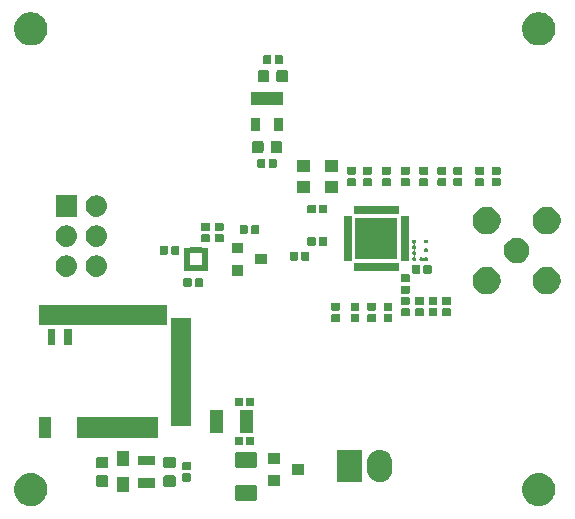
<source format=gts>
G04 #@! TF.GenerationSoftware,KiCad,Pcbnew,5.1.4-e60b266~84~ubuntu18.04.1*
G04 #@! TF.CreationDate,2019-10-26T18:44:54+05:30*
G04 #@! TF.ProjectId,senseEle_SMA_rev1,73656e73-6545-46c6-955f-534d415f7265,rev?*
G04 #@! TF.SameCoordinates,Original*
G04 #@! TF.FileFunction,Soldermask,Top*
G04 #@! TF.FilePolarity,Negative*
%FSLAX46Y46*%
G04 Gerber Fmt 4.6, Leading zero omitted, Abs format (unit mm)*
G04 Created by KiCad (PCBNEW 5.1.4-e60b266~84~ubuntu18.04.1) date 2019-10-26 18:44:54*
%MOMM*%
%LPD*%
G04 APERTURE LIST*
%ADD10C,0.100000*%
G04 APERTURE END LIST*
D10*
G36*
X56318433Y-50634893D02*
G01*
X56408657Y-50652839D01*
X56454413Y-50671792D01*
X56663621Y-50758449D01*
X56724310Y-50799000D01*
X56893086Y-50911772D01*
X57088228Y-51106914D01*
X57166598Y-51224204D01*
X57241551Y-51336379D01*
X57247607Y-51351000D01*
X57345822Y-51588110D01*
X57347161Y-51591344D01*
X57401000Y-51862012D01*
X57401000Y-52137988D01*
X57347161Y-52408656D01*
X57241551Y-52663621D01*
X57190675Y-52739763D01*
X57088228Y-52893086D01*
X56893086Y-53088228D01*
X56739763Y-53190675D01*
X56663621Y-53241551D01*
X56514267Y-53303415D01*
X56408657Y-53347161D01*
X56318433Y-53365107D01*
X56137988Y-53401000D01*
X55862012Y-53401000D01*
X55681567Y-53365107D01*
X55591343Y-53347161D01*
X55485733Y-53303415D01*
X55336379Y-53241551D01*
X55260237Y-53190675D01*
X55106914Y-53088228D01*
X54911772Y-52893086D01*
X54809325Y-52739763D01*
X54758449Y-52663621D01*
X54652839Y-52408656D01*
X54599000Y-52137988D01*
X54599000Y-51862012D01*
X54652839Y-51591344D01*
X54654179Y-51588110D01*
X54752393Y-51351000D01*
X54758449Y-51336379D01*
X54833402Y-51224204D01*
X54911772Y-51106914D01*
X55106914Y-50911772D01*
X55275690Y-50799000D01*
X55336379Y-50758449D01*
X55545587Y-50671792D01*
X55591343Y-50652839D01*
X55681567Y-50634893D01*
X55862012Y-50599000D01*
X56137988Y-50599000D01*
X56318433Y-50634893D01*
X56318433Y-50634893D01*
G37*
G36*
X13318433Y-50634893D02*
G01*
X13408657Y-50652839D01*
X13454413Y-50671792D01*
X13663621Y-50758449D01*
X13724310Y-50799000D01*
X13893086Y-50911772D01*
X14088228Y-51106914D01*
X14166598Y-51224204D01*
X14241551Y-51336379D01*
X14247607Y-51351000D01*
X14345822Y-51588110D01*
X14347161Y-51591344D01*
X14401000Y-51862012D01*
X14401000Y-52137988D01*
X14347161Y-52408656D01*
X14241551Y-52663621D01*
X14190675Y-52739763D01*
X14088228Y-52893086D01*
X13893086Y-53088228D01*
X13739763Y-53190675D01*
X13663621Y-53241551D01*
X13514267Y-53303415D01*
X13408657Y-53347161D01*
X13318433Y-53365107D01*
X13137988Y-53401000D01*
X12862012Y-53401000D01*
X12681567Y-53365107D01*
X12591343Y-53347161D01*
X12485733Y-53303415D01*
X12336379Y-53241551D01*
X12260237Y-53190675D01*
X12106914Y-53088228D01*
X11911772Y-52893086D01*
X11809325Y-52739763D01*
X11758449Y-52663621D01*
X11652839Y-52408656D01*
X11599000Y-52137988D01*
X11599000Y-51862012D01*
X11652839Y-51591344D01*
X11654179Y-51588110D01*
X11752393Y-51351000D01*
X11758449Y-51336379D01*
X11833402Y-51224204D01*
X11911772Y-51106914D01*
X12106914Y-50911772D01*
X12275690Y-50799000D01*
X12336379Y-50758449D01*
X12545587Y-50671792D01*
X12591343Y-50652839D01*
X12681567Y-50634893D01*
X12862012Y-50599000D01*
X13137988Y-50599000D01*
X13318433Y-50634893D01*
X13318433Y-50634893D01*
G37*
G36*
X31968604Y-51628347D02*
G01*
X32005144Y-51639432D01*
X32038821Y-51657433D01*
X32068341Y-51681659D01*
X32092567Y-51711179D01*
X32110568Y-51744856D01*
X32121653Y-51781396D01*
X32126000Y-51825538D01*
X32126000Y-52774462D01*
X32121653Y-52818604D01*
X32110568Y-52855144D01*
X32092567Y-52888821D01*
X32068341Y-52918341D01*
X32038821Y-52942567D01*
X32005144Y-52960568D01*
X31968604Y-52971653D01*
X31924462Y-52976000D01*
X30475538Y-52976000D01*
X30431396Y-52971653D01*
X30394856Y-52960568D01*
X30361179Y-52942567D01*
X30331659Y-52918341D01*
X30307433Y-52888821D01*
X30289432Y-52855144D01*
X30278347Y-52818604D01*
X30274000Y-52774462D01*
X30274000Y-51825538D01*
X30278347Y-51781396D01*
X30289432Y-51744856D01*
X30307433Y-51711179D01*
X30331659Y-51681659D01*
X30361179Y-51657433D01*
X30394856Y-51639432D01*
X30431396Y-51628347D01*
X30475538Y-51624000D01*
X31924462Y-51624000D01*
X31968604Y-51628347D01*
X31968604Y-51628347D01*
G37*
G36*
X21301000Y-52251000D02*
G01*
X20299000Y-52251000D01*
X20299000Y-50949000D01*
X21301000Y-50949000D01*
X21301000Y-52251000D01*
X21301000Y-52251000D01*
G37*
G36*
X23501000Y-51851000D02*
G01*
X22099000Y-51851000D01*
X22099000Y-51049000D01*
X23501000Y-51049000D01*
X23501000Y-51851000D01*
X23501000Y-51851000D01*
G37*
G36*
X25129591Y-50803085D02*
G01*
X25163569Y-50813393D01*
X25194890Y-50830134D01*
X25222339Y-50852661D01*
X25244866Y-50880110D01*
X25261607Y-50911431D01*
X25271915Y-50945409D01*
X25276000Y-50986890D01*
X25276000Y-51588110D01*
X25271915Y-51629591D01*
X25261607Y-51663569D01*
X25244866Y-51694890D01*
X25222339Y-51722339D01*
X25194890Y-51744866D01*
X25163569Y-51761607D01*
X25129591Y-51771915D01*
X25088110Y-51776000D01*
X24411890Y-51776000D01*
X24370409Y-51771915D01*
X24336431Y-51761607D01*
X24305110Y-51744866D01*
X24277661Y-51722339D01*
X24255134Y-51694890D01*
X24238393Y-51663569D01*
X24228085Y-51629591D01*
X24224000Y-51588110D01*
X24224000Y-50986890D01*
X24228085Y-50945409D01*
X24238393Y-50911431D01*
X24255134Y-50880110D01*
X24277661Y-50852661D01*
X24305110Y-50830134D01*
X24336431Y-50813393D01*
X24370409Y-50803085D01*
X24411890Y-50799000D01*
X25088110Y-50799000D01*
X25129591Y-50803085D01*
X25129591Y-50803085D01*
G37*
G36*
X19429591Y-50803085D02*
G01*
X19463569Y-50813393D01*
X19494890Y-50830134D01*
X19522339Y-50852661D01*
X19544866Y-50880110D01*
X19561607Y-50911431D01*
X19571915Y-50945409D01*
X19576000Y-50986890D01*
X19576000Y-51588110D01*
X19571915Y-51629591D01*
X19561607Y-51663569D01*
X19544866Y-51694890D01*
X19522339Y-51722339D01*
X19494890Y-51744866D01*
X19463569Y-51761607D01*
X19429591Y-51771915D01*
X19388110Y-51776000D01*
X18711890Y-51776000D01*
X18670409Y-51771915D01*
X18636431Y-51761607D01*
X18605110Y-51744866D01*
X18577661Y-51722339D01*
X18555134Y-51694890D01*
X18538393Y-51663569D01*
X18528085Y-51629591D01*
X18524000Y-51588110D01*
X18524000Y-50986890D01*
X18528085Y-50945409D01*
X18538393Y-50911431D01*
X18555134Y-50880110D01*
X18577661Y-50852661D01*
X18605110Y-50830134D01*
X18636431Y-50813393D01*
X18670409Y-50803085D01*
X18711890Y-50799000D01*
X19388110Y-50799000D01*
X19429591Y-50803085D01*
X19429591Y-50803085D01*
G37*
G36*
X34101000Y-51701000D02*
G01*
X33099000Y-51701000D01*
X33099000Y-50799000D01*
X34101000Y-50799000D01*
X34101000Y-51701000D01*
X34101000Y-51701000D01*
G37*
G36*
X42746031Y-48664207D02*
G01*
X42944145Y-48724305D01*
X42944148Y-48724306D01*
X42990347Y-48749000D01*
X43126729Y-48821897D01*
X43286765Y-48953235D01*
X43418103Y-49113271D01*
X43418104Y-49113273D01*
X43515694Y-49295851D01*
X43515694Y-49295852D01*
X43515695Y-49295854D01*
X43575793Y-49493968D01*
X43575793Y-49493970D01*
X43591000Y-49648369D01*
X43591000Y-50351630D01*
X43590345Y-50358284D01*
X43575793Y-50506031D01*
X43547591Y-50599000D01*
X43515694Y-50704149D01*
X43455057Y-50817592D01*
X43418103Y-50886729D01*
X43286765Y-51046765D01*
X43126729Y-51178103D01*
X43101195Y-51191751D01*
X42944149Y-51275694D01*
X42944146Y-51275695D01*
X42746032Y-51335793D01*
X42540000Y-51356085D01*
X42333969Y-51335793D01*
X42135855Y-51275695D01*
X42135852Y-51275694D01*
X41978806Y-51191751D01*
X41953272Y-51178103D01*
X41793236Y-51046765D01*
X41661898Y-50886729D01*
X41637009Y-50840164D01*
X41564305Y-50704147D01*
X41523296Y-50568960D01*
X41504207Y-50506032D01*
X41489000Y-50351630D01*
X41489000Y-49648371D01*
X41504207Y-49493969D01*
X41564305Y-49295855D01*
X41564306Y-49295852D01*
X41642800Y-49149000D01*
X41661897Y-49113271D01*
X41793235Y-48953235D01*
X41953271Y-48821897D01*
X42039025Y-48776061D01*
X42135851Y-48724306D01*
X42135854Y-48724305D01*
X42333968Y-48664207D01*
X42540000Y-48643915D01*
X42746031Y-48664207D01*
X42746031Y-48664207D01*
G37*
G36*
X41051000Y-51351000D02*
G01*
X38949000Y-51351000D01*
X38949000Y-48649000D01*
X41051000Y-48649000D01*
X41051000Y-51351000D01*
X41051000Y-51351000D01*
G37*
G36*
X26481938Y-50641716D02*
G01*
X26502557Y-50647971D01*
X26521553Y-50658124D01*
X26538208Y-50671792D01*
X26551876Y-50688447D01*
X26562029Y-50707443D01*
X26568284Y-50728062D01*
X26571000Y-50755640D01*
X26571000Y-51214360D01*
X26568284Y-51241938D01*
X26562029Y-51262557D01*
X26551876Y-51281553D01*
X26538208Y-51298208D01*
X26521553Y-51311876D01*
X26502557Y-51322029D01*
X26481938Y-51328284D01*
X26454360Y-51331000D01*
X25945640Y-51331000D01*
X25918062Y-51328284D01*
X25897443Y-51322029D01*
X25878447Y-51311876D01*
X25861792Y-51298208D01*
X25848124Y-51281553D01*
X25837971Y-51262557D01*
X25831716Y-51241938D01*
X25829000Y-51214360D01*
X25829000Y-50755640D01*
X25831716Y-50728062D01*
X25837971Y-50707443D01*
X25848124Y-50688447D01*
X25861792Y-50671792D01*
X25878447Y-50658124D01*
X25897443Y-50647971D01*
X25918062Y-50641716D01*
X25945640Y-50639000D01*
X26454360Y-50639000D01*
X26481938Y-50641716D01*
X26481938Y-50641716D01*
G37*
G36*
X36101000Y-50751000D02*
G01*
X35099000Y-50751000D01*
X35099000Y-49849000D01*
X36101000Y-49849000D01*
X36101000Y-50751000D01*
X36101000Y-50751000D01*
G37*
G36*
X26481938Y-49671716D02*
G01*
X26502557Y-49677971D01*
X26521553Y-49688124D01*
X26538208Y-49701792D01*
X26551876Y-49718447D01*
X26562029Y-49737443D01*
X26568284Y-49758062D01*
X26571000Y-49785640D01*
X26571000Y-50244360D01*
X26568284Y-50271938D01*
X26562029Y-50292557D01*
X26551876Y-50311553D01*
X26538208Y-50328208D01*
X26521553Y-50341876D01*
X26502557Y-50352029D01*
X26481938Y-50358284D01*
X26454360Y-50361000D01*
X25945640Y-50361000D01*
X25918062Y-50358284D01*
X25897443Y-50352029D01*
X25878447Y-50341876D01*
X25861792Y-50328208D01*
X25848124Y-50311553D01*
X25837971Y-50292557D01*
X25831716Y-50271938D01*
X25829000Y-50244360D01*
X25829000Y-49785640D01*
X25831716Y-49758062D01*
X25837971Y-49737443D01*
X25848124Y-49718447D01*
X25861792Y-49701792D01*
X25878447Y-49688124D01*
X25897443Y-49677971D01*
X25918062Y-49671716D01*
X25945640Y-49669000D01*
X26454360Y-49669000D01*
X26481938Y-49671716D01*
X26481938Y-49671716D01*
G37*
G36*
X25129591Y-49228085D02*
G01*
X25163569Y-49238393D01*
X25194890Y-49255134D01*
X25222339Y-49277661D01*
X25244866Y-49305110D01*
X25261607Y-49336431D01*
X25271915Y-49370409D01*
X25276000Y-49411890D01*
X25276000Y-50013110D01*
X25271915Y-50054591D01*
X25261607Y-50088569D01*
X25244866Y-50119890D01*
X25222339Y-50147339D01*
X25194890Y-50169866D01*
X25163569Y-50186607D01*
X25129591Y-50196915D01*
X25088110Y-50201000D01*
X24411890Y-50201000D01*
X24370409Y-50196915D01*
X24336431Y-50186607D01*
X24305110Y-50169866D01*
X24277661Y-50147339D01*
X24255134Y-50119890D01*
X24238393Y-50088569D01*
X24228085Y-50054591D01*
X24224000Y-50013110D01*
X24224000Y-49411890D01*
X24228085Y-49370409D01*
X24238393Y-49336431D01*
X24255134Y-49305110D01*
X24277661Y-49277661D01*
X24305110Y-49255134D01*
X24336431Y-49238393D01*
X24370409Y-49228085D01*
X24411890Y-49224000D01*
X25088110Y-49224000D01*
X25129591Y-49228085D01*
X25129591Y-49228085D01*
G37*
G36*
X19429591Y-49228085D02*
G01*
X19463569Y-49238393D01*
X19494890Y-49255134D01*
X19522339Y-49277661D01*
X19544866Y-49305110D01*
X19561607Y-49336431D01*
X19571915Y-49370409D01*
X19576000Y-49411890D01*
X19576000Y-50013110D01*
X19571915Y-50054591D01*
X19561607Y-50088569D01*
X19544866Y-50119890D01*
X19522339Y-50147339D01*
X19494890Y-50169866D01*
X19463569Y-50186607D01*
X19429591Y-50196915D01*
X19388110Y-50201000D01*
X18711890Y-50201000D01*
X18670409Y-50196915D01*
X18636431Y-50186607D01*
X18605110Y-50169866D01*
X18577661Y-50147339D01*
X18555134Y-50119890D01*
X18538393Y-50088569D01*
X18528085Y-50054591D01*
X18524000Y-50013110D01*
X18524000Y-49411890D01*
X18528085Y-49370409D01*
X18538393Y-49336431D01*
X18555134Y-49305110D01*
X18577661Y-49277661D01*
X18605110Y-49255134D01*
X18636431Y-49238393D01*
X18670409Y-49228085D01*
X18711890Y-49224000D01*
X19388110Y-49224000D01*
X19429591Y-49228085D01*
X19429591Y-49228085D01*
G37*
G36*
X31968604Y-48828347D02*
G01*
X32005144Y-48839432D01*
X32038821Y-48857433D01*
X32068341Y-48881659D01*
X32092567Y-48911179D01*
X32110568Y-48944856D01*
X32121653Y-48981396D01*
X32126000Y-49025538D01*
X32126000Y-49974462D01*
X32121653Y-50018604D01*
X32110568Y-50055144D01*
X32092567Y-50088821D01*
X32068341Y-50118341D01*
X32038821Y-50142567D01*
X32005144Y-50160568D01*
X31968604Y-50171653D01*
X31924462Y-50176000D01*
X30475538Y-50176000D01*
X30431396Y-50171653D01*
X30394856Y-50160568D01*
X30361179Y-50142567D01*
X30331659Y-50118341D01*
X30307433Y-50088821D01*
X30289432Y-50055144D01*
X30278347Y-50018604D01*
X30274000Y-49974462D01*
X30274000Y-49025538D01*
X30278347Y-48981396D01*
X30289432Y-48944856D01*
X30307433Y-48911179D01*
X30331659Y-48881659D01*
X30361179Y-48857433D01*
X30394856Y-48839432D01*
X30431396Y-48828347D01*
X30475538Y-48824000D01*
X31924462Y-48824000D01*
X31968604Y-48828347D01*
X31968604Y-48828347D01*
G37*
G36*
X21301000Y-50051000D02*
G01*
X20299000Y-50051000D01*
X20299000Y-48749000D01*
X21301000Y-48749000D01*
X21301000Y-50051000D01*
X21301000Y-50051000D01*
G37*
G36*
X23501000Y-49951000D02*
G01*
X22099000Y-49951000D01*
X22099000Y-49149000D01*
X23501000Y-49149000D01*
X23501000Y-49951000D01*
X23501000Y-49951000D01*
G37*
G36*
X34101000Y-49801000D02*
G01*
X33099000Y-49801000D01*
X33099000Y-48899000D01*
X34101000Y-48899000D01*
X34101000Y-49801000D01*
X34101000Y-49801000D01*
G37*
G36*
X30871938Y-47531716D02*
G01*
X30892557Y-47537971D01*
X30911553Y-47548124D01*
X30928208Y-47561792D01*
X30941876Y-47578447D01*
X30952029Y-47597443D01*
X30958284Y-47618062D01*
X30961000Y-47645640D01*
X30961000Y-48154360D01*
X30958284Y-48181938D01*
X30952029Y-48202557D01*
X30941876Y-48221553D01*
X30928208Y-48238208D01*
X30911553Y-48251876D01*
X30892557Y-48262029D01*
X30871938Y-48268284D01*
X30844360Y-48271000D01*
X30385640Y-48271000D01*
X30358062Y-48268284D01*
X30337443Y-48262029D01*
X30318447Y-48251876D01*
X30301792Y-48238208D01*
X30288124Y-48221553D01*
X30277971Y-48202557D01*
X30271716Y-48181938D01*
X30269000Y-48154360D01*
X30269000Y-47645640D01*
X30271716Y-47618062D01*
X30277971Y-47597443D01*
X30288124Y-47578447D01*
X30301792Y-47561792D01*
X30318447Y-47548124D01*
X30337443Y-47537971D01*
X30358062Y-47531716D01*
X30385640Y-47529000D01*
X30844360Y-47529000D01*
X30871938Y-47531716D01*
X30871938Y-47531716D01*
G37*
G36*
X31841938Y-47531716D02*
G01*
X31862557Y-47537971D01*
X31881553Y-47548124D01*
X31898208Y-47561792D01*
X31911876Y-47578447D01*
X31922029Y-47597443D01*
X31928284Y-47618062D01*
X31931000Y-47645640D01*
X31931000Y-48154360D01*
X31928284Y-48181938D01*
X31922029Y-48202557D01*
X31911876Y-48221553D01*
X31898208Y-48238208D01*
X31881553Y-48251876D01*
X31862557Y-48262029D01*
X31841938Y-48268284D01*
X31814360Y-48271000D01*
X31355640Y-48271000D01*
X31328062Y-48268284D01*
X31307443Y-48262029D01*
X31288447Y-48251876D01*
X31271792Y-48238208D01*
X31258124Y-48221553D01*
X31247971Y-48202557D01*
X31241716Y-48181938D01*
X31239000Y-48154360D01*
X31239000Y-47645640D01*
X31241716Y-47618062D01*
X31247971Y-47597443D01*
X31258124Y-47578447D01*
X31271792Y-47561792D01*
X31288447Y-47548124D01*
X31307443Y-47537971D01*
X31328062Y-47531716D01*
X31355640Y-47529000D01*
X31814360Y-47529000D01*
X31841938Y-47531716D01*
X31841938Y-47531716D01*
G37*
G36*
X23801000Y-47601000D02*
G01*
X16899000Y-47601000D01*
X16899000Y-45899000D01*
X23801000Y-45899000D01*
X23801000Y-47601000D01*
X23801000Y-47601000D01*
G37*
G36*
X14701000Y-47601000D02*
G01*
X13699000Y-47601000D01*
X13699000Y-45899000D01*
X14701000Y-45899000D01*
X14701000Y-47601000D01*
X14701000Y-47601000D01*
G37*
G36*
X29301000Y-47201000D02*
G01*
X28199000Y-47201000D01*
X28199000Y-45299000D01*
X29301000Y-45299000D01*
X29301000Y-47201000D01*
X29301000Y-47201000D01*
G37*
G36*
X31801000Y-47201000D02*
G01*
X30699000Y-47201000D01*
X30699000Y-45299000D01*
X31801000Y-45299000D01*
X31801000Y-47201000D01*
X31801000Y-47201000D01*
G37*
G36*
X26601000Y-46601000D02*
G01*
X24899000Y-46601000D01*
X24899000Y-37499000D01*
X26601000Y-37499000D01*
X26601000Y-46601000D01*
X26601000Y-46601000D01*
G37*
G36*
X30871938Y-44231716D02*
G01*
X30892557Y-44237971D01*
X30911553Y-44248124D01*
X30928208Y-44261792D01*
X30941876Y-44278447D01*
X30952029Y-44297443D01*
X30958284Y-44318062D01*
X30961000Y-44345640D01*
X30961000Y-44854360D01*
X30958284Y-44881938D01*
X30952029Y-44902557D01*
X30941876Y-44921553D01*
X30928208Y-44938208D01*
X30911553Y-44951876D01*
X30892557Y-44962029D01*
X30871938Y-44968284D01*
X30844360Y-44971000D01*
X30385640Y-44971000D01*
X30358062Y-44968284D01*
X30337443Y-44962029D01*
X30318447Y-44951876D01*
X30301792Y-44938208D01*
X30288124Y-44921553D01*
X30277971Y-44902557D01*
X30271716Y-44881938D01*
X30269000Y-44854360D01*
X30269000Y-44345640D01*
X30271716Y-44318062D01*
X30277971Y-44297443D01*
X30288124Y-44278447D01*
X30301792Y-44261792D01*
X30318447Y-44248124D01*
X30337443Y-44237971D01*
X30358062Y-44231716D01*
X30385640Y-44229000D01*
X30844360Y-44229000D01*
X30871938Y-44231716D01*
X30871938Y-44231716D01*
G37*
G36*
X31841938Y-44231716D02*
G01*
X31862557Y-44237971D01*
X31881553Y-44248124D01*
X31898208Y-44261792D01*
X31911876Y-44278447D01*
X31922029Y-44297443D01*
X31928284Y-44318062D01*
X31931000Y-44345640D01*
X31931000Y-44854360D01*
X31928284Y-44881938D01*
X31922029Y-44902557D01*
X31911876Y-44921553D01*
X31898208Y-44938208D01*
X31881553Y-44951876D01*
X31862557Y-44962029D01*
X31841938Y-44968284D01*
X31814360Y-44971000D01*
X31355640Y-44971000D01*
X31328062Y-44968284D01*
X31307443Y-44962029D01*
X31288447Y-44951876D01*
X31271792Y-44938208D01*
X31258124Y-44921553D01*
X31247971Y-44902557D01*
X31241716Y-44881938D01*
X31239000Y-44854360D01*
X31239000Y-44345640D01*
X31241716Y-44318062D01*
X31247971Y-44297443D01*
X31258124Y-44278447D01*
X31271792Y-44261792D01*
X31288447Y-44248124D01*
X31307443Y-44237971D01*
X31328062Y-44231716D01*
X31355640Y-44229000D01*
X31814360Y-44229000D01*
X31841938Y-44231716D01*
X31841938Y-44231716D01*
G37*
G36*
X15051000Y-39751000D02*
G01*
X14449000Y-39751000D01*
X14449000Y-38449000D01*
X15051000Y-38449000D01*
X15051000Y-39751000D01*
X15051000Y-39751000D01*
G37*
G36*
X16451000Y-39751000D02*
G01*
X15849000Y-39751000D01*
X15849000Y-38449000D01*
X16451000Y-38449000D01*
X16451000Y-39751000D01*
X16451000Y-39751000D01*
G37*
G36*
X24501000Y-38101000D02*
G01*
X13699000Y-38101000D01*
X13699000Y-36399000D01*
X24501000Y-36399000D01*
X24501000Y-38101000D01*
X24501000Y-38101000D01*
G37*
G36*
X39081938Y-37141716D02*
G01*
X39102557Y-37147971D01*
X39121553Y-37158124D01*
X39138208Y-37171792D01*
X39151876Y-37188447D01*
X39162029Y-37207443D01*
X39168284Y-37228062D01*
X39171000Y-37255640D01*
X39171000Y-37714360D01*
X39168284Y-37741938D01*
X39162029Y-37762557D01*
X39151876Y-37781553D01*
X39138208Y-37798208D01*
X39121553Y-37811876D01*
X39102557Y-37822029D01*
X39081938Y-37828284D01*
X39054360Y-37831000D01*
X38545640Y-37831000D01*
X38518062Y-37828284D01*
X38497443Y-37822029D01*
X38478447Y-37811876D01*
X38461792Y-37798208D01*
X38448124Y-37781553D01*
X38437971Y-37762557D01*
X38431716Y-37741938D01*
X38429000Y-37714360D01*
X38429000Y-37255640D01*
X38431716Y-37228062D01*
X38437971Y-37207443D01*
X38448124Y-37188447D01*
X38461792Y-37171792D01*
X38478447Y-37158124D01*
X38497443Y-37147971D01*
X38518062Y-37141716D01*
X38545640Y-37139000D01*
X39054360Y-37139000D01*
X39081938Y-37141716D01*
X39081938Y-37141716D01*
G37*
G36*
X42131938Y-37141716D02*
G01*
X42152557Y-37147971D01*
X42171553Y-37158124D01*
X42188208Y-37171792D01*
X42201876Y-37188447D01*
X42212029Y-37207443D01*
X42218284Y-37228062D01*
X42221000Y-37255640D01*
X42221000Y-37714360D01*
X42218284Y-37741938D01*
X42212029Y-37762557D01*
X42201876Y-37781553D01*
X42188208Y-37798208D01*
X42171553Y-37811876D01*
X42152557Y-37822029D01*
X42131938Y-37828284D01*
X42104360Y-37831000D01*
X41595640Y-37831000D01*
X41568062Y-37828284D01*
X41547443Y-37822029D01*
X41528447Y-37811876D01*
X41511792Y-37798208D01*
X41498124Y-37781553D01*
X41487971Y-37762557D01*
X41481716Y-37741938D01*
X41479000Y-37714360D01*
X41479000Y-37255640D01*
X41481716Y-37228062D01*
X41487971Y-37207443D01*
X41498124Y-37188447D01*
X41511792Y-37171792D01*
X41528447Y-37158124D01*
X41547443Y-37147971D01*
X41568062Y-37141716D01*
X41595640Y-37139000D01*
X42104360Y-37139000D01*
X42131938Y-37141716D01*
X42131938Y-37141716D01*
G37*
G36*
X40731938Y-37141716D02*
G01*
X40752557Y-37147971D01*
X40771553Y-37158124D01*
X40788208Y-37171792D01*
X40801876Y-37188447D01*
X40812029Y-37207443D01*
X40818284Y-37228062D01*
X40821000Y-37255640D01*
X40821000Y-37714360D01*
X40818284Y-37741938D01*
X40812029Y-37762557D01*
X40801876Y-37781553D01*
X40788208Y-37798208D01*
X40771553Y-37811876D01*
X40752557Y-37822029D01*
X40731938Y-37828284D01*
X40704360Y-37831000D01*
X40195640Y-37831000D01*
X40168062Y-37828284D01*
X40147443Y-37822029D01*
X40128447Y-37811876D01*
X40111792Y-37798208D01*
X40098124Y-37781553D01*
X40087971Y-37762557D01*
X40081716Y-37741938D01*
X40079000Y-37714360D01*
X40079000Y-37255640D01*
X40081716Y-37228062D01*
X40087971Y-37207443D01*
X40098124Y-37188447D01*
X40111792Y-37171792D01*
X40128447Y-37158124D01*
X40147443Y-37147971D01*
X40168062Y-37141716D01*
X40195640Y-37139000D01*
X40704360Y-37139000D01*
X40731938Y-37141716D01*
X40731938Y-37141716D01*
G37*
G36*
X43531938Y-37141716D02*
G01*
X43552557Y-37147971D01*
X43571553Y-37158124D01*
X43588208Y-37171792D01*
X43601876Y-37188447D01*
X43612029Y-37207443D01*
X43618284Y-37228062D01*
X43621000Y-37255640D01*
X43621000Y-37714360D01*
X43618284Y-37741938D01*
X43612029Y-37762557D01*
X43601876Y-37781553D01*
X43588208Y-37798208D01*
X43571553Y-37811876D01*
X43552557Y-37822029D01*
X43531938Y-37828284D01*
X43504360Y-37831000D01*
X42995640Y-37831000D01*
X42968062Y-37828284D01*
X42947443Y-37822029D01*
X42928447Y-37811876D01*
X42911792Y-37798208D01*
X42898124Y-37781553D01*
X42887971Y-37762557D01*
X42881716Y-37741938D01*
X42879000Y-37714360D01*
X42879000Y-37255640D01*
X42881716Y-37228062D01*
X42887971Y-37207443D01*
X42898124Y-37188447D01*
X42911792Y-37171792D01*
X42928447Y-37158124D01*
X42947443Y-37147971D01*
X42968062Y-37141716D01*
X42995640Y-37139000D01*
X43504360Y-37139000D01*
X43531938Y-37141716D01*
X43531938Y-37141716D01*
G37*
G36*
X46181938Y-36661716D02*
G01*
X46202557Y-36667971D01*
X46221553Y-36678124D01*
X46238208Y-36691792D01*
X46251876Y-36708447D01*
X46262029Y-36727443D01*
X46268284Y-36748062D01*
X46271000Y-36775640D01*
X46271000Y-37234360D01*
X46268284Y-37261938D01*
X46262029Y-37282557D01*
X46251876Y-37301553D01*
X46238208Y-37318208D01*
X46221553Y-37331876D01*
X46202557Y-37342029D01*
X46181938Y-37348284D01*
X46154360Y-37351000D01*
X45645640Y-37351000D01*
X45618062Y-37348284D01*
X45597443Y-37342029D01*
X45578447Y-37331876D01*
X45561792Y-37318208D01*
X45548124Y-37301553D01*
X45537971Y-37282557D01*
X45531716Y-37261938D01*
X45529000Y-37234360D01*
X45529000Y-36775640D01*
X45531716Y-36748062D01*
X45537971Y-36727443D01*
X45548124Y-36708447D01*
X45561792Y-36691792D01*
X45578447Y-36678124D01*
X45597443Y-36667971D01*
X45618062Y-36661716D01*
X45645640Y-36659000D01*
X46154360Y-36659000D01*
X46181938Y-36661716D01*
X46181938Y-36661716D01*
G37*
G36*
X47331938Y-36661716D02*
G01*
X47352557Y-36667971D01*
X47371553Y-36678124D01*
X47388208Y-36691792D01*
X47401876Y-36708447D01*
X47412029Y-36727443D01*
X47418284Y-36748062D01*
X47421000Y-36775640D01*
X47421000Y-37234360D01*
X47418284Y-37261938D01*
X47412029Y-37282557D01*
X47401876Y-37301553D01*
X47388208Y-37318208D01*
X47371553Y-37331876D01*
X47352557Y-37342029D01*
X47331938Y-37348284D01*
X47304360Y-37351000D01*
X46795640Y-37351000D01*
X46768062Y-37348284D01*
X46747443Y-37342029D01*
X46728447Y-37331876D01*
X46711792Y-37318208D01*
X46698124Y-37301553D01*
X46687971Y-37282557D01*
X46681716Y-37261938D01*
X46679000Y-37234360D01*
X46679000Y-36775640D01*
X46681716Y-36748062D01*
X46687971Y-36727443D01*
X46698124Y-36708447D01*
X46711792Y-36691792D01*
X46728447Y-36678124D01*
X46747443Y-36667971D01*
X46768062Y-36661716D01*
X46795640Y-36659000D01*
X47304360Y-36659000D01*
X47331938Y-36661716D01*
X47331938Y-36661716D01*
G37*
G36*
X48481938Y-36661716D02*
G01*
X48502557Y-36667971D01*
X48521553Y-36678124D01*
X48538208Y-36691792D01*
X48551876Y-36708447D01*
X48562029Y-36727443D01*
X48568284Y-36748062D01*
X48571000Y-36775640D01*
X48571000Y-37234360D01*
X48568284Y-37261938D01*
X48562029Y-37282557D01*
X48551876Y-37301553D01*
X48538208Y-37318208D01*
X48521553Y-37331876D01*
X48502557Y-37342029D01*
X48481938Y-37348284D01*
X48454360Y-37351000D01*
X47945640Y-37351000D01*
X47918062Y-37348284D01*
X47897443Y-37342029D01*
X47878447Y-37331876D01*
X47861792Y-37318208D01*
X47848124Y-37301553D01*
X47837971Y-37282557D01*
X47831716Y-37261938D01*
X47829000Y-37234360D01*
X47829000Y-36775640D01*
X47831716Y-36748062D01*
X47837971Y-36727443D01*
X47848124Y-36708447D01*
X47861792Y-36691792D01*
X47878447Y-36678124D01*
X47897443Y-36667971D01*
X47918062Y-36661716D01*
X47945640Y-36659000D01*
X48454360Y-36659000D01*
X48481938Y-36661716D01*
X48481938Y-36661716D01*
G37*
G36*
X44981938Y-36661716D02*
G01*
X45002557Y-36667971D01*
X45021553Y-36678124D01*
X45038208Y-36691792D01*
X45051876Y-36708447D01*
X45062029Y-36727443D01*
X45068284Y-36748062D01*
X45071000Y-36775640D01*
X45071000Y-37234360D01*
X45068284Y-37261938D01*
X45062029Y-37282557D01*
X45051876Y-37301553D01*
X45038208Y-37318208D01*
X45021553Y-37331876D01*
X45002557Y-37342029D01*
X44981938Y-37348284D01*
X44954360Y-37351000D01*
X44445640Y-37351000D01*
X44418062Y-37348284D01*
X44397443Y-37342029D01*
X44378447Y-37331876D01*
X44361792Y-37318208D01*
X44348124Y-37301553D01*
X44337971Y-37282557D01*
X44331716Y-37261938D01*
X44329000Y-37234360D01*
X44329000Y-36775640D01*
X44331716Y-36748062D01*
X44337971Y-36727443D01*
X44348124Y-36708447D01*
X44361792Y-36691792D01*
X44378447Y-36678124D01*
X44397443Y-36667971D01*
X44418062Y-36661716D01*
X44445640Y-36659000D01*
X44954360Y-36659000D01*
X44981938Y-36661716D01*
X44981938Y-36661716D01*
G37*
G36*
X40731938Y-36171716D02*
G01*
X40752557Y-36177971D01*
X40771553Y-36188124D01*
X40788208Y-36201792D01*
X40801876Y-36218447D01*
X40812029Y-36237443D01*
X40818284Y-36258062D01*
X40821000Y-36285640D01*
X40821000Y-36744360D01*
X40818284Y-36771938D01*
X40812029Y-36792557D01*
X40801876Y-36811553D01*
X40788208Y-36828208D01*
X40771553Y-36841876D01*
X40752557Y-36852029D01*
X40731938Y-36858284D01*
X40704360Y-36861000D01*
X40195640Y-36861000D01*
X40168062Y-36858284D01*
X40147443Y-36852029D01*
X40128447Y-36841876D01*
X40111792Y-36828208D01*
X40098124Y-36811553D01*
X40087971Y-36792557D01*
X40081716Y-36771938D01*
X40079000Y-36744360D01*
X40079000Y-36285640D01*
X40081716Y-36258062D01*
X40087971Y-36237443D01*
X40098124Y-36218447D01*
X40111792Y-36201792D01*
X40128447Y-36188124D01*
X40147443Y-36177971D01*
X40168062Y-36171716D01*
X40195640Y-36169000D01*
X40704360Y-36169000D01*
X40731938Y-36171716D01*
X40731938Y-36171716D01*
G37*
G36*
X39081938Y-36171716D02*
G01*
X39102557Y-36177971D01*
X39121553Y-36188124D01*
X39138208Y-36201792D01*
X39151876Y-36218447D01*
X39162029Y-36237443D01*
X39168284Y-36258062D01*
X39171000Y-36285640D01*
X39171000Y-36744360D01*
X39168284Y-36771938D01*
X39162029Y-36792557D01*
X39151876Y-36811553D01*
X39138208Y-36828208D01*
X39121553Y-36841876D01*
X39102557Y-36852029D01*
X39081938Y-36858284D01*
X39054360Y-36861000D01*
X38545640Y-36861000D01*
X38518062Y-36858284D01*
X38497443Y-36852029D01*
X38478447Y-36841876D01*
X38461792Y-36828208D01*
X38448124Y-36811553D01*
X38437971Y-36792557D01*
X38431716Y-36771938D01*
X38429000Y-36744360D01*
X38429000Y-36285640D01*
X38431716Y-36258062D01*
X38437971Y-36237443D01*
X38448124Y-36218447D01*
X38461792Y-36201792D01*
X38478447Y-36188124D01*
X38497443Y-36177971D01*
X38518062Y-36171716D01*
X38545640Y-36169000D01*
X39054360Y-36169000D01*
X39081938Y-36171716D01*
X39081938Y-36171716D01*
G37*
G36*
X42131938Y-36171716D02*
G01*
X42152557Y-36177971D01*
X42171553Y-36188124D01*
X42188208Y-36201792D01*
X42201876Y-36218447D01*
X42212029Y-36237443D01*
X42218284Y-36258062D01*
X42221000Y-36285640D01*
X42221000Y-36744360D01*
X42218284Y-36771938D01*
X42212029Y-36792557D01*
X42201876Y-36811553D01*
X42188208Y-36828208D01*
X42171553Y-36841876D01*
X42152557Y-36852029D01*
X42131938Y-36858284D01*
X42104360Y-36861000D01*
X41595640Y-36861000D01*
X41568062Y-36858284D01*
X41547443Y-36852029D01*
X41528447Y-36841876D01*
X41511792Y-36828208D01*
X41498124Y-36811553D01*
X41487971Y-36792557D01*
X41481716Y-36771938D01*
X41479000Y-36744360D01*
X41479000Y-36285640D01*
X41481716Y-36258062D01*
X41487971Y-36237443D01*
X41498124Y-36218447D01*
X41511792Y-36201792D01*
X41528447Y-36188124D01*
X41547443Y-36177971D01*
X41568062Y-36171716D01*
X41595640Y-36169000D01*
X42104360Y-36169000D01*
X42131938Y-36171716D01*
X42131938Y-36171716D01*
G37*
G36*
X43531938Y-36171716D02*
G01*
X43552557Y-36177971D01*
X43571553Y-36188124D01*
X43588208Y-36201792D01*
X43601876Y-36218447D01*
X43612029Y-36237443D01*
X43618284Y-36258062D01*
X43621000Y-36285640D01*
X43621000Y-36744360D01*
X43618284Y-36771938D01*
X43612029Y-36792557D01*
X43601876Y-36811553D01*
X43588208Y-36828208D01*
X43571553Y-36841876D01*
X43552557Y-36852029D01*
X43531938Y-36858284D01*
X43504360Y-36861000D01*
X42995640Y-36861000D01*
X42968062Y-36858284D01*
X42947443Y-36852029D01*
X42928447Y-36841876D01*
X42911792Y-36828208D01*
X42898124Y-36811553D01*
X42887971Y-36792557D01*
X42881716Y-36771938D01*
X42879000Y-36744360D01*
X42879000Y-36285640D01*
X42881716Y-36258062D01*
X42887971Y-36237443D01*
X42898124Y-36218447D01*
X42911792Y-36201792D01*
X42928447Y-36188124D01*
X42947443Y-36177971D01*
X42968062Y-36171716D01*
X42995640Y-36169000D01*
X43504360Y-36169000D01*
X43531938Y-36171716D01*
X43531938Y-36171716D01*
G37*
G36*
X44981938Y-35691716D02*
G01*
X45002557Y-35697971D01*
X45021553Y-35708124D01*
X45038208Y-35721792D01*
X45051876Y-35738447D01*
X45062029Y-35757443D01*
X45068284Y-35778062D01*
X45071000Y-35805640D01*
X45071000Y-36264360D01*
X45068284Y-36291938D01*
X45062029Y-36312557D01*
X45051876Y-36331553D01*
X45038208Y-36348208D01*
X45021553Y-36361876D01*
X45002557Y-36372029D01*
X44981938Y-36378284D01*
X44954360Y-36381000D01*
X44445640Y-36381000D01*
X44418062Y-36378284D01*
X44397443Y-36372029D01*
X44378447Y-36361876D01*
X44361792Y-36348208D01*
X44348124Y-36331553D01*
X44337971Y-36312557D01*
X44331716Y-36291938D01*
X44329000Y-36264360D01*
X44329000Y-35805640D01*
X44331716Y-35778062D01*
X44337971Y-35757443D01*
X44348124Y-35738447D01*
X44361792Y-35721792D01*
X44378447Y-35708124D01*
X44397443Y-35697971D01*
X44418062Y-35691716D01*
X44445640Y-35689000D01*
X44954360Y-35689000D01*
X44981938Y-35691716D01*
X44981938Y-35691716D01*
G37*
G36*
X46181938Y-35691716D02*
G01*
X46202557Y-35697971D01*
X46221553Y-35708124D01*
X46238208Y-35721792D01*
X46251876Y-35738447D01*
X46262029Y-35757443D01*
X46268284Y-35778062D01*
X46271000Y-35805640D01*
X46271000Y-36264360D01*
X46268284Y-36291938D01*
X46262029Y-36312557D01*
X46251876Y-36331553D01*
X46238208Y-36348208D01*
X46221553Y-36361876D01*
X46202557Y-36372029D01*
X46181938Y-36378284D01*
X46154360Y-36381000D01*
X45645640Y-36381000D01*
X45618062Y-36378284D01*
X45597443Y-36372029D01*
X45578447Y-36361876D01*
X45561792Y-36348208D01*
X45548124Y-36331553D01*
X45537971Y-36312557D01*
X45531716Y-36291938D01*
X45529000Y-36264360D01*
X45529000Y-35805640D01*
X45531716Y-35778062D01*
X45537971Y-35757443D01*
X45548124Y-35738447D01*
X45561792Y-35721792D01*
X45578447Y-35708124D01*
X45597443Y-35697971D01*
X45618062Y-35691716D01*
X45645640Y-35689000D01*
X46154360Y-35689000D01*
X46181938Y-35691716D01*
X46181938Y-35691716D01*
G37*
G36*
X47331938Y-35691716D02*
G01*
X47352557Y-35697971D01*
X47371553Y-35708124D01*
X47388208Y-35721792D01*
X47401876Y-35738447D01*
X47412029Y-35757443D01*
X47418284Y-35778062D01*
X47421000Y-35805640D01*
X47421000Y-36264360D01*
X47418284Y-36291938D01*
X47412029Y-36312557D01*
X47401876Y-36331553D01*
X47388208Y-36348208D01*
X47371553Y-36361876D01*
X47352557Y-36372029D01*
X47331938Y-36378284D01*
X47304360Y-36381000D01*
X46795640Y-36381000D01*
X46768062Y-36378284D01*
X46747443Y-36372029D01*
X46728447Y-36361876D01*
X46711792Y-36348208D01*
X46698124Y-36331553D01*
X46687971Y-36312557D01*
X46681716Y-36291938D01*
X46679000Y-36264360D01*
X46679000Y-35805640D01*
X46681716Y-35778062D01*
X46687971Y-35757443D01*
X46698124Y-35738447D01*
X46711792Y-35721792D01*
X46728447Y-35708124D01*
X46747443Y-35697971D01*
X46768062Y-35691716D01*
X46795640Y-35689000D01*
X47304360Y-35689000D01*
X47331938Y-35691716D01*
X47331938Y-35691716D01*
G37*
G36*
X48481938Y-35691716D02*
G01*
X48502557Y-35697971D01*
X48521553Y-35708124D01*
X48538208Y-35721792D01*
X48551876Y-35738447D01*
X48562029Y-35757443D01*
X48568284Y-35778062D01*
X48571000Y-35805640D01*
X48571000Y-36264360D01*
X48568284Y-36291938D01*
X48562029Y-36312557D01*
X48551876Y-36331553D01*
X48538208Y-36348208D01*
X48521553Y-36361876D01*
X48502557Y-36372029D01*
X48481938Y-36378284D01*
X48454360Y-36381000D01*
X47945640Y-36381000D01*
X47918062Y-36378284D01*
X47897443Y-36372029D01*
X47878447Y-36361876D01*
X47861792Y-36348208D01*
X47848124Y-36331553D01*
X47837971Y-36312557D01*
X47831716Y-36291938D01*
X47829000Y-36264360D01*
X47829000Y-35805640D01*
X47831716Y-35778062D01*
X47837971Y-35757443D01*
X47848124Y-35738447D01*
X47861792Y-35721792D01*
X47878447Y-35708124D01*
X47897443Y-35697971D01*
X47918062Y-35691716D01*
X47945640Y-35689000D01*
X48454360Y-35689000D01*
X48481938Y-35691716D01*
X48481938Y-35691716D01*
G37*
G36*
X56861560Y-33139064D02*
G01*
X57013027Y-33169193D01*
X57227045Y-33257842D01*
X57227046Y-33257843D01*
X57419654Y-33386539D01*
X57583461Y-33550346D01*
X57652796Y-33654114D01*
X57712158Y-33742955D01*
X57800807Y-33956973D01*
X57800807Y-33956975D01*
X57835566Y-34131716D01*
X57846000Y-34184174D01*
X57846000Y-34415826D01*
X57800807Y-34643027D01*
X57712158Y-34857045D01*
X57697990Y-34878249D01*
X57583461Y-35049654D01*
X57419654Y-35213461D01*
X57352996Y-35258000D01*
X57227045Y-35342158D01*
X57013027Y-35430807D01*
X56861560Y-35460936D01*
X56785827Y-35476000D01*
X56554173Y-35476000D01*
X56478440Y-35460936D01*
X56326973Y-35430807D01*
X56112955Y-35342158D01*
X55987004Y-35258000D01*
X55920346Y-35213461D01*
X55756539Y-35049654D01*
X55642010Y-34878249D01*
X55627842Y-34857045D01*
X55539193Y-34643027D01*
X55494000Y-34415826D01*
X55494000Y-34184174D01*
X55504435Y-34131716D01*
X55539193Y-33956975D01*
X55539193Y-33956973D01*
X55627842Y-33742955D01*
X55687204Y-33654114D01*
X55756539Y-33550346D01*
X55920346Y-33386539D01*
X56112954Y-33257843D01*
X56112955Y-33257842D01*
X56326973Y-33169193D01*
X56478440Y-33139064D01*
X56554173Y-33124000D01*
X56785827Y-33124000D01*
X56861560Y-33139064D01*
X56861560Y-33139064D01*
G37*
G36*
X51781560Y-33139064D02*
G01*
X51933027Y-33169193D01*
X52147045Y-33257842D01*
X52147046Y-33257843D01*
X52339654Y-33386539D01*
X52503461Y-33550346D01*
X52572796Y-33654114D01*
X52632158Y-33742955D01*
X52720807Y-33956973D01*
X52720807Y-33956975D01*
X52755566Y-34131716D01*
X52766000Y-34184174D01*
X52766000Y-34415826D01*
X52720807Y-34643027D01*
X52632158Y-34857045D01*
X52617990Y-34878249D01*
X52503461Y-35049654D01*
X52339654Y-35213461D01*
X52272996Y-35258000D01*
X52147045Y-35342158D01*
X51933027Y-35430807D01*
X51781560Y-35460936D01*
X51705827Y-35476000D01*
X51474173Y-35476000D01*
X51398440Y-35460936D01*
X51246973Y-35430807D01*
X51032955Y-35342158D01*
X50907004Y-35258000D01*
X50840346Y-35213461D01*
X50676539Y-35049654D01*
X50562010Y-34878249D01*
X50547842Y-34857045D01*
X50459193Y-34643027D01*
X50414000Y-34415826D01*
X50414000Y-34184174D01*
X50424435Y-34131716D01*
X50459193Y-33956975D01*
X50459193Y-33956973D01*
X50547842Y-33742955D01*
X50607204Y-33654114D01*
X50676539Y-33550346D01*
X50840346Y-33386539D01*
X51032954Y-33257843D01*
X51032955Y-33257842D01*
X51246973Y-33169193D01*
X51398440Y-33139064D01*
X51474173Y-33124000D01*
X51705827Y-33124000D01*
X51781560Y-33139064D01*
X51781560Y-33139064D01*
G37*
G36*
X44981938Y-34741716D02*
G01*
X45002557Y-34747971D01*
X45021553Y-34758124D01*
X45038208Y-34771792D01*
X45051876Y-34788447D01*
X45062029Y-34807443D01*
X45068284Y-34828062D01*
X45071000Y-34855640D01*
X45071000Y-35314360D01*
X45068284Y-35341938D01*
X45062029Y-35362557D01*
X45051876Y-35381553D01*
X45038208Y-35398208D01*
X45021553Y-35411876D01*
X45002557Y-35422029D01*
X44981938Y-35428284D01*
X44954360Y-35431000D01*
X44445640Y-35431000D01*
X44418062Y-35428284D01*
X44397443Y-35422029D01*
X44378447Y-35411876D01*
X44361792Y-35398208D01*
X44348124Y-35381553D01*
X44337971Y-35362557D01*
X44331716Y-35341938D01*
X44329000Y-35314360D01*
X44329000Y-34855640D01*
X44331716Y-34828062D01*
X44337971Y-34807443D01*
X44348124Y-34788447D01*
X44361792Y-34771792D01*
X44378447Y-34758124D01*
X44397443Y-34747971D01*
X44418062Y-34741716D01*
X44445640Y-34739000D01*
X44954360Y-34739000D01*
X44981938Y-34741716D01*
X44981938Y-34741716D01*
G37*
G36*
X27491938Y-34131716D02*
G01*
X27512557Y-34137971D01*
X27531553Y-34148124D01*
X27548208Y-34161792D01*
X27561876Y-34178447D01*
X27572029Y-34197443D01*
X27578284Y-34218062D01*
X27581000Y-34245640D01*
X27581000Y-34754360D01*
X27578284Y-34781938D01*
X27572029Y-34802557D01*
X27561876Y-34821553D01*
X27548208Y-34838208D01*
X27531553Y-34851876D01*
X27512557Y-34862029D01*
X27491938Y-34868284D01*
X27464360Y-34871000D01*
X27005640Y-34871000D01*
X26978062Y-34868284D01*
X26957443Y-34862029D01*
X26938447Y-34851876D01*
X26921792Y-34838208D01*
X26908124Y-34821553D01*
X26897971Y-34802557D01*
X26891716Y-34781938D01*
X26889000Y-34754360D01*
X26889000Y-34245640D01*
X26891716Y-34218062D01*
X26897971Y-34197443D01*
X26908124Y-34178447D01*
X26921792Y-34161792D01*
X26938447Y-34148124D01*
X26957443Y-34137971D01*
X26978062Y-34131716D01*
X27005640Y-34129000D01*
X27464360Y-34129000D01*
X27491938Y-34131716D01*
X27491938Y-34131716D01*
G37*
G36*
X26521938Y-34131716D02*
G01*
X26542557Y-34137971D01*
X26561553Y-34148124D01*
X26578208Y-34161792D01*
X26591876Y-34178447D01*
X26602029Y-34197443D01*
X26608284Y-34218062D01*
X26611000Y-34245640D01*
X26611000Y-34754360D01*
X26608284Y-34781938D01*
X26602029Y-34802557D01*
X26591876Y-34821553D01*
X26578208Y-34838208D01*
X26561553Y-34851876D01*
X26542557Y-34862029D01*
X26521938Y-34868284D01*
X26494360Y-34871000D01*
X26035640Y-34871000D01*
X26008062Y-34868284D01*
X25987443Y-34862029D01*
X25968447Y-34851876D01*
X25951792Y-34838208D01*
X25938124Y-34821553D01*
X25927971Y-34802557D01*
X25921716Y-34781938D01*
X25919000Y-34754360D01*
X25919000Y-34245640D01*
X25921716Y-34218062D01*
X25927971Y-34197443D01*
X25938124Y-34178447D01*
X25951792Y-34161792D01*
X25968447Y-34148124D01*
X25987443Y-34137971D01*
X26008062Y-34131716D01*
X26035640Y-34129000D01*
X26494360Y-34129000D01*
X26521938Y-34131716D01*
X26521938Y-34131716D01*
G37*
G36*
X44981938Y-33771716D02*
G01*
X45002557Y-33777971D01*
X45021553Y-33788124D01*
X45038208Y-33801792D01*
X45051876Y-33818447D01*
X45062029Y-33837443D01*
X45068284Y-33858062D01*
X45071000Y-33885640D01*
X45071000Y-34344360D01*
X45068284Y-34371938D01*
X45062029Y-34392557D01*
X45051876Y-34411553D01*
X45038208Y-34428208D01*
X45021553Y-34441876D01*
X45002557Y-34452029D01*
X44981938Y-34458284D01*
X44954360Y-34461000D01*
X44445640Y-34461000D01*
X44418062Y-34458284D01*
X44397443Y-34452029D01*
X44378447Y-34441876D01*
X44361792Y-34428208D01*
X44348124Y-34411553D01*
X44337971Y-34392557D01*
X44331716Y-34371938D01*
X44329000Y-34344360D01*
X44329000Y-33885640D01*
X44331716Y-33858062D01*
X44337971Y-33837443D01*
X44348124Y-33818447D01*
X44361792Y-33801792D01*
X44378447Y-33788124D01*
X44397443Y-33777971D01*
X44418062Y-33771716D01*
X44445640Y-33769000D01*
X44954360Y-33769000D01*
X44981938Y-33771716D01*
X44981938Y-33771716D01*
G37*
G36*
X18650443Y-32185519D02*
G01*
X18716627Y-32192037D01*
X18886466Y-32243557D01*
X19042991Y-32327222D01*
X19068872Y-32348462D01*
X19180186Y-32439814D01*
X19250916Y-32526000D01*
X19292778Y-32577009D01*
X19376443Y-32733534D01*
X19427963Y-32903373D01*
X19445359Y-33080000D01*
X19427963Y-33256627D01*
X19376443Y-33426466D01*
X19292778Y-33582991D01*
X19267034Y-33614360D01*
X19180186Y-33720186D01*
X19104658Y-33782169D01*
X19042991Y-33832778D01*
X18886466Y-33916443D01*
X18716627Y-33967963D01*
X18650443Y-33974481D01*
X18584260Y-33981000D01*
X18495740Y-33981000D01*
X18429557Y-33974481D01*
X18363373Y-33967963D01*
X18193534Y-33916443D01*
X18037009Y-33832778D01*
X17975342Y-33782169D01*
X17899814Y-33720186D01*
X17812966Y-33614360D01*
X17787222Y-33582991D01*
X17703557Y-33426466D01*
X17652037Y-33256627D01*
X17634641Y-33080000D01*
X17652037Y-32903373D01*
X17703557Y-32733534D01*
X17787222Y-32577009D01*
X17829084Y-32526000D01*
X17899814Y-32439814D01*
X18011128Y-32348462D01*
X18037009Y-32327222D01*
X18193534Y-32243557D01*
X18363373Y-32192037D01*
X18429557Y-32185519D01*
X18495740Y-32179000D01*
X18584260Y-32179000D01*
X18650443Y-32185519D01*
X18650443Y-32185519D01*
G37*
G36*
X16110443Y-32185519D02*
G01*
X16176627Y-32192037D01*
X16346466Y-32243557D01*
X16502991Y-32327222D01*
X16528872Y-32348462D01*
X16640186Y-32439814D01*
X16710916Y-32526000D01*
X16752778Y-32577009D01*
X16836443Y-32733534D01*
X16887963Y-32903373D01*
X16905359Y-33080000D01*
X16887963Y-33256627D01*
X16836443Y-33426466D01*
X16752778Y-33582991D01*
X16727034Y-33614360D01*
X16640186Y-33720186D01*
X16564658Y-33782169D01*
X16502991Y-33832778D01*
X16346466Y-33916443D01*
X16176627Y-33967963D01*
X16110443Y-33974481D01*
X16044260Y-33981000D01*
X15955740Y-33981000D01*
X15889557Y-33974481D01*
X15823373Y-33967963D01*
X15653534Y-33916443D01*
X15497009Y-33832778D01*
X15435342Y-33782169D01*
X15359814Y-33720186D01*
X15272966Y-33614360D01*
X15247222Y-33582991D01*
X15163557Y-33426466D01*
X15112037Y-33256627D01*
X15094641Y-33080000D01*
X15112037Y-32903373D01*
X15163557Y-32733534D01*
X15247222Y-32577009D01*
X15289084Y-32526000D01*
X15359814Y-32439814D01*
X15471128Y-32348462D01*
X15497009Y-32327222D01*
X15653534Y-32243557D01*
X15823373Y-32192037D01*
X15889557Y-32185519D01*
X15955740Y-32179000D01*
X16044260Y-32179000D01*
X16110443Y-32185519D01*
X16110443Y-32185519D01*
G37*
G36*
X31001000Y-33901000D02*
G01*
X29999000Y-33901000D01*
X29999000Y-32999000D01*
X31001000Y-32999000D01*
X31001000Y-33901000D01*
X31001000Y-33901000D01*
G37*
G36*
X46841938Y-32991716D02*
G01*
X46862557Y-32997971D01*
X46881553Y-33008124D01*
X46898208Y-33021792D01*
X46911876Y-33038447D01*
X46922029Y-33057443D01*
X46928284Y-33078062D01*
X46931000Y-33105640D01*
X46931000Y-33614360D01*
X46928284Y-33641938D01*
X46922029Y-33662557D01*
X46911876Y-33681553D01*
X46898208Y-33698208D01*
X46881553Y-33711876D01*
X46862557Y-33722029D01*
X46841938Y-33728284D01*
X46814360Y-33731000D01*
X46355640Y-33731000D01*
X46328062Y-33728284D01*
X46307443Y-33722029D01*
X46288447Y-33711876D01*
X46271792Y-33698208D01*
X46258124Y-33681553D01*
X46247971Y-33662557D01*
X46241716Y-33641938D01*
X46239000Y-33614360D01*
X46239000Y-33105640D01*
X46241716Y-33078062D01*
X46247971Y-33057443D01*
X46258124Y-33038447D01*
X46271792Y-33021792D01*
X46288447Y-33008124D01*
X46307443Y-32997971D01*
X46328062Y-32991716D01*
X46355640Y-32989000D01*
X46814360Y-32989000D01*
X46841938Y-32991716D01*
X46841938Y-32991716D01*
G37*
G36*
X45871938Y-32991716D02*
G01*
X45892557Y-32997971D01*
X45911553Y-33008124D01*
X45928208Y-33021792D01*
X45941876Y-33038447D01*
X45952029Y-33057443D01*
X45958284Y-33078062D01*
X45961000Y-33105640D01*
X45961000Y-33614360D01*
X45958284Y-33641938D01*
X45952029Y-33662557D01*
X45941876Y-33681553D01*
X45928208Y-33698208D01*
X45911553Y-33711876D01*
X45892557Y-33722029D01*
X45871938Y-33728284D01*
X45844360Y-33731000D01*
X45385640Y-33731000D01*
X45358062Y-33728284D01*
X45337443Y-33722029D01*
X45318447Y-33711876D01*
X45301792Y-33698208D01*
X45288124Y-33681553D01*
X45277971Y-33662557D01*
X45271716Y-33641938D01*
X45269000Y-33614360D01*
X45269000Y-33105640D01*
X45271716Y-33078062D01*
X45277971Y-33057443D01*
X45288124Y-33038447D01*
X45301792Y-33021792D01*
X45318447Y-33008124D01*
X45337443Y-32997971D01*
X45358062Y-32991716D01*
X45385640Y-32989000D01*
X45844360Y-32989000D01*
X45871938Y-32991716D01*
X45871938Y-32991716D01*
G37*
G36*
X27531553Y-31502934D02*
G01*
X27553164Y-31514485D01*
X27576613Y-31521598D01*
X27600999Y-31524000D01*
X28001000Y-31524000D01*
X28001000Y-33476000D01*
X27600999Y-33476000D01*
X27576613Y-33478402D01*
X27553164Y-33485515D01*
X27531553Y-33497066D01*
X27526759Y-33501000D01*
X26473241Y-33501000D01*
X26468447Y-33497066D01*
X26446836Y-33485515D01*
X26423387Y-33478402D01*
X26399001Y-33476000D01*
X25999000Y-33476000D01*
X25999000Y-32100999D01*
X26476000Y-32100999D01*
X26476000Y-32899001D01*
X26478402Y-32923387D01*
X26485515Y-32946836D01*
X26497066Y-32968447D01*
X26512611Y-32987389D01*
X26531553Y-33002934D01*
X26553164Y-33014485D01*
X26576613Y-33021598D01*
X26600999Y-33024000D01*
X27399001Y-33024000D01*
X27423387Y-33021598D01*
X27446836Y-33014485D01*
X27468447Y-33002934D01*
X27487389Y-32987389D01*
X27502934Y-32968447D01*
X27514485Y-32946836D01*
X27521598Y-32923387D01*
X27524000Y-32899001D01*
X27524000Y-32100999D01*
X27521598Y-32076613D01*
X27514485Y-32053164D01*
X27502934Y-32031553D01*
X27487389Y-32012611D01*
X27468447Y-31997066D01*
X27446836Y-31985515D01*
X27423387Y-31978402D01*
X27399001Y-31976000D01*
X26600999Y-31976000D01*
X26576613Y-31978402D01*
X26553164Y-31985515D01*
X26531553Y-31997066D01*
X26512611Y-32012611D01*
X26497066Y-32031553D01*
X26485515Y-32053164D01*
X26478402Y-32076613D01*
X26476000Y-32100999D01*
X25999000Y-32100999D01*
X25999000Y-31524000D01*
X26399001Y-31524000D01*
X26423387Y-31521598D01*
X26446836Y-31514485D01*
X26468447Y-31502934D01*
X26473241Y-31499000D01*
X27526759Y-31499000D01*
X27531553Y-31502934D01*
X27531553Y-31502934D01*
G37*
G36*
X44176000Y-32800999D02*
G01*
X44176000Y-33501000D01*
X40324000Y-33501000D01*
X40324000Y-32800999D01*
X40323782Y-32798782D01*
X40325999Y-32799000D01*
X44174001Y-32799000D01*
X44176218Y-32798782D01*
X44176000Y-32800999D01*
X44176000Y-32800999D01*
G37*
G36*
X33001000Y-32951000D02*
G01*
X31999000Y-32951000D01*
X31999000Y-32049000D01*
X33001000Y-32049000D01*
X33001000Y-32951000D01*
X33001000Y-32951000D01*
G37*
G36*
X54303560Y-30697443D02*
G01*
X54443858Y-30725350D01*
X54639677Y-30806461D01*
X54815910Y-30924216D01*
X54965784Y-31074090D01*
X55083539Y-31250323D01*
X55164650Y-31446142D01*
X55185706Y-31552000D01*
X55206000Y-31654022D01*
X55206000Y-31865978D01*
X55198926Y-31901539D01*
X55164650Y-32073858D01*
X55083539Y-32269677D01*
X54965784Y-32445910D01*
X54815910Y-32595784D01*
X54639677Y-32713539D01*
X54443858Y-32794650D01*
X54305271Y-32822217D01*
X54235978Y-32836000D01*
X54024022Y-32836000D01*
X53954729Y-32822217D01*
X53816142Y-32794650D01*
X53620323Y-32713539D01*
X53444090Y-32595784D01*
X53294216Y-32445910D01*
X53176461Y-32269677D01*
X53095350Y-32073858D01*
X53061074Y-31901539D01*
X53054000Y-31865978D01*
X53054000Y-31654022D01*
X53074294Y-31552000D01*
X53095350Y-31446142D01*
X53176461Y-31250323D01*
X53294216Y-31074090D01*
X53444090Y-30924216D01*
X53620323Y-30806461D01*
X53816142Y-30725350D01*
X53956440Y-30697443D01*
X54024022Y-30684000D01*
X54235978Y-30684000D01*
X54303560Y-30697443D01*
X54303560Y-30697443D01*
G37*
G36*
X40201000Y-28825999D02*
G01*
X40201000Y-32674001D01*
X40201218Y-32676218D01*
X40199001Y-32676000D01*
X39499000Y-32676000D01*
X39499000Y-28824000D01*
X40199001Y-28824000D01*
X40201218Y-28823782D01*
X40201000Y-28825999D01*
X40201000Y-28825999D01*
G37*
G36*
X44300999Y-28824000D02*
G01*
X45001000Y-28824000D01*
X45001000Y-32676000D01*
X44300999Y-32676000D01*
X44298782Y-32676218D01*
X44299000Y-32674001D01*
X44299000Y-28825999D01*
X44298782Y-28823782D01*
X44300999Y-28824000D01*
X44300999Y-28824000D01*
G37*
G36*
X46109878Y-32335571D02*
G01*
X46140998Y-32348461D01*
X46140999Y-32348462D01*
X46169006Y-32367176D01*
X46171618Y-32369788D01*
X46190554Y-32385328D01*
X46212165Y-32396879D01*
X46235614Y-32403992D01*
X46260000Y-32406394D01*
X46284386Y-32403992D01*
X46307835Y-32396879D01*
X46329446Y-32385328D01*
X46348382Y-32369788D01*
X46350994Y-32367176D01*
X46379001Y-32348462D01*
X46379002Y-32348461D01*
X46410122Y-32335571D01*
X46443157Y-32329000D01*
X46476843Y-32329000D01*
X46509878Y-32335571D01*
X46540998Y-32348461D01*
X46540999Y-32348462D01*
X46569006Y-32367176D01*
X46592824Y-32390994D01*
X46592826Y-32390997D01*
X46611539Y-32419002D01*
X46624429Y-32450122D01*
X46631000Y-32483157D01*
X46631000Y-32516843D01*
X46624429Y-32549878D01*
X46611539Y-32580998D01*
X46601509Y-32596008D01*
X46592824Y-32609006D01*
X46569006Y-32632824D01*
X46569003Y-32632826D01*
X46540998Y-32651539D01*
X46509878Y-32664429D01*
X46476843Y-32671000D01*
X46443157Y-32671000D01*
X46410122Y-32664429D01*
X46379002Y-32651539D01*
X46350997Y-32632826D01*
X46350994Y-32632824D01*
X46348382Y-32630212D01*
X46329446Y-32614672D01*
X46307835Y-32603121D01*
X46284386Y-32596008D01*
X46260000Y-32593606D01*
X46235614Y-32596008D01*
X46212165Y-32603121D01*
X46190554Y-32614672D01*
X46171618Y-32630212D01*
X46169006Y-32632824D01*
X46169003Y-32632826D01*
X46140998Y-32651539D01*
X46109878Y-32664429D01*
X46076843Y-32671000D01*
X46043157Y-32671000D01*
X46010122Y-32664429D01*
X45979002Y-32651539D01*
X45950997Y-32632826D01*
X45950994Y-32632824D01*
X45927176Y-32609006D01*
X45918491Y-32596008D01*
X45908461Y-32580998D01*
X45895571Y-32549878D01*
X45889000Y-32516843D01*
X45889000Y-32483157D01*
X45895571Y-32450122D01*
X45908461Y-32419002D01*
X45927174Y-32390997D01*
X45927176Y-32390994D01*
X45950994Y-32367176D01*
X45979001Y-32348462D01*
X45979002Y-32348461D01*
X46010122Y-32335571D01*
X46043157Y-32329000D01*
X46076843Y-32329000D01*
X46109878Y-32335571D01*
X46109878Y-32335571D01*
G37*
G36*
X45505878Y-30835571D02*
G01*
X45536998Y-30848461D01*
X45536999Y-30848462D01*
X45565006Y-30867176D01*
X45588824Y-30890994D01*
X45588826Y-30890997D01*
X45607539Y-30919002D01*
X45620429Y-30950122D01*
X45627000Y-30983157D01*
X45627000Y-31016843D01*
X45620429Y-31049878D01*
X45607539Y-31080998D01*
X45595510Y-31099000D01*
X45588824Y-31109006D01*
X45565006Y-31132824D01*
X45545183Y-31146070D01*
X45526244Y-31161613D01*
X45510699Y-31180555D01*
X45499148Y-31202166D01*
X45492035Y-31225615D01*
X45489633Y-31250001D01*
X45492035Y-31274387D01*
X45499148Y-31297836D01*
X45510699Y-31319446D01*
X45526245Y-31338388D01*
X45545183Y-31353930D01*
X45565006Y-31367176D01*
X45588824Y-31390994D01*
X45588826Y-31390997D01*
X45607539Y-31419002D01*
X45620429Y-31450122D01*
X45627000Y-31483157D01*
X45627000Y-31516843D01*
X45620429Y-31549878D01*
X45607539Y-31580998D01*
X45589080Y-31608623D01*
X45588824Y-31609006D01*
X45565006Y-31632824D01*
X45545183Y-31646070D01*
X45526244Y-31661613D01*
X45510699Y-31680555D01*
X45499148Y-31702166D01*
X45492035Y-31725615D01*
X45489633Y-31750001D01*
X45492035Y-31774387D01*
X45499148Y-31797836D01*
X45510699Y-31819446D01*
X45526245Y-31838388D01*
X45545183Y-31853930D01*
X45565006Y-31867176D01*
X45588824Y-31890994D01*
X45588826Y-31890997D01*
X45607539Y-31919002D01*
X45620429Y-31950122D01*
X45627000Y-31983157D01*
X45627000Y-32016843D01*
X45620429Y-32049878D01*
X45607539Y-32080998D01*
X45594174Y-32100999D01*
X45588824Y-32109006D01*
X45565006Y-32132824D01*
X45545183Y-32146070D01*
X45526244Y-32161613D01*
X45510699Y-32180555D01*
X45499148Y-32202166D01*
X45492035Y-32225615D01*
X45489633Y-32250001D01*
X45492035Y-32274387D01*
X45499148Y-32297836D01*
X45510699Y-32319446D01*
X45526245Y-32338388D01*
X45545183Y-32353930D01*
X45565006Y-32367176D01*
X45588824Y-32390994D01*
X45588826Y-32390997D01*
X45607539Y-32419002D01*
X45620429Y-32450122D01*
X45627000Y-32483157D01*
X45627000Y-32516843D01*
X45620429Y-32549878D01*
X45607539Y-32580998D01*
X45597509Y-32596008D01*
X45588824Y-32609006D01*
X45565006Y-32632824D01*
X45565003Y-32632826D01*
X45536998Y-32651539D01*
X45505878Y-32664429D01*
X45472843Y-32671000D01*
X45439157Y-32671000D01*
X45406122Y-32664429D01*
X45375002Y-32651539D01*
X45346997Y-32632826D01*
X45346994Y-32632824D01*
X45323176Y-32609006D01*
X45314491Y-32596008D01*
X45304461Y-32580998D01*
X45291571Y-32549878D01*
X45285000Y-32516843D01*
X45285000Y-32483157D01*
X45291571Y-32450122D01*
X45304461Y-32419002D01*
X45323174Y-32390997D01*
X45323176Y-32390994D01*
X45346994Y-32367176D01*
X45366817Y-32353930D01*
X45385756Y-32338387D01*
X45401301Y-32319445D01*
X45412852Y-32297834D01*
X45419965Y-32274385D01*
X45422367Y-32249999D01*
X45419965Y-32225613D01*
X45412852Y-32202164D01*
X45401301Y-32180554D01*
X45385755Y-32161612D01*
X45366817Y-32146070D01*
X45346994Y-32132824D01*
X45323176Y-32109006D01*
X45317826Y-32100999D01*
X45304461Y-32080998D01*
X45291571Y-32049878D01*
X45285000Y-32016843D01*
X45285000Y-31983157D01*
X45291571Y-31950122D01*
X45304461Y-31919002D01*
X45323174Y-31890997D01*
X45323176Y-31890994D01*
X45346994Y-31867176D01*
X45366817Y-31853930D01*
X45385756Y-31838387D01*
X45401301Y-31819445D01*
X45412852Y-31797834D01*
X45419965Y-31774385D01*
X45422367Y-31749999D01*
X45419965Y-31725613D01*
X45412852Y-31702164D01*
X45401301Y-31680554D01*
X45385755Y-31661612D01*
X45366817Y-31646070D01*
X45346994Y-31632824D01*
X45323176Y-31609006D01*
X45322920Y-31608623D01*
X45304461Y-31580998D01*
X45291571Y-31549878D01*
X45285000Y-31516843D01*
X45285000Y-31483157D01*
X45291571Y-31450122D01*
X45304461Y-31419002D01*
X45323174Y-31390997D01*
X45323176Y-31390994D01*
X45346994Y-31367176D01*
X45366817Y-31353930D01*
X45385756Y-31338387D01*
X45401301Y-31319445D01*
X45412852Y-31297834D01*
X45419965Y-31274385D01*
X45422367Y-31249999D01*
X45419965Y-31225613D01*
X45412852Y-31202164D01*
X45401301Y-31180554D01*
X45385755Y-31161612D01*
X45366817Y-31146070D01*
X45346994Y-31132824D01*
X45323176Y-31109006D01*
X45316490Y-31099000D01*
X45304461Y-31080998D01*
X45291571Y-31049878D01*
X45285000Y-31016843D01*
X45285000Y-30983157D01*
X45291571Y-30950122D01*
X45304461Y-30919002D01*
X45323174Y-30890997D01*
X45323176Y-30890994D01*
X45346994Y-30867176D01*
X45375001Y-30848462D01*
X45375002Y-30848461D01*
X45406122Y-30835571D01*
X45439157Y-30829000D01*
X45472843Y-30829000D01*
X45505878Y-30835571D01*
X45505878Y-30835571D01*
G37*
G36*
X35521938Y-31881716D02*
G01*
X35542557Y-31887971D01*
X35561553Y-31898124D01*
X35578208Y-31911792D01*
X35591876Y-31928447D01*
X35602029Y-31947443D01*
X35608284Y-31968062D01*
X35611000Y-31995640D01*
X35611000Y-32504360D01*
X35608284Y-32531938D01*
X35602029Y-32552557D01*
X35591876Y-32571553D01*
X35578208Y-32588208D01*
X35561553Y-32601876D01*
X35542557Y-32612029D01*
X35521938Y-32618284D01*
X35494360Y-32621000D01*
X35035640Y-32621000D01*
X35008062Y-32618284D01*
X34987443Y-32612029D01*
X34968447Y-32601876D01*
X34951792Y-32588208D01*
X34938124Y-32571553D01*
X34927971Y-32552557D01*
X34921716Y-32531938D01*
X34919000Y-32504360D01*
X34919000Y-31995640D01*
X34921716Y-31968062D01*
X34927971Y-31947443D01*
X34938124Y-31928447D01*
X34951792Y-31911792D01*
X34968447Y-31898124D01*
X34987443Y-31887971D01*
X35008062Y-31881716D01*
X35035640Y-31879000D01*
X35494360Y-31879000D01*
X35521938Y-31881716D01*
X35521938Y-31881716D01*
G37*
G36*
X36491938Y-31881716D02*
G01*
X36512557Y-31887971D01*
X36531553Y-31898124D01*
X36548208Y-31911792D01*
X36561876Y-31928447D01*
X36572029Y-31947443D01*
X36578284Y-31968062D01*
X36581000Y-31995640D01*
X36581000Y-32504360D01*
X36578284Y-32531938D01*
X36572029Y-32552557D01*
X36561876Y-32571553D01*
X36548208Y-32588208D01*
X36531553Y-32601876D01*
X36512557Y-32612029D01*
X36491938Y-32618284D01*
X36464360Y-32621000D01*
X36005640Y-32621000D01*
X35978062Y-32618284D01*
X35957443Y-32612029D01*
X35938447Y-32601876D01*
X35921792Y-32588208D01*
X35908124Y-32571553D01*
X35897971Y-32552557D01*
X35891716Y-32531938D01*
X35889000Y-32504360D01*
X35889000Y-31995640D01*
X35891716Y-31968062D01*
X35897971Y-31947443D01*
X35908124Y-31928447D01*
X35921792Y-31911792D01*
X35938447Y-31898124D01*
X35957443Y-31887971D01*
X35978062Y-31881716D01*
X36005640Y-31879000D01*
X36464360Y-31879000D01*
X36491938Y-31881716D01*
X36491938Y-31881716D01*
G37*
G36*
X44026000Y-32526000D02*
G01*
X40474000Y-32526000D01*
X40474000Y-28974000D01*
X44026000Y-28974000D01*
X44026000Y-32526000D01*
X44026000Y-32526000D01*
G37*
G36*
X25491938Y-31381716D02*
G01*
X25512557Y-31387971D01*
X25531553Y-31398124D01*
X25548208Y-31411792D01*
X25561876Y-31428447D01*
X25572029Y-31447443D01*
X25578284Y-31468062D01*
X25581000Y-31495640D01*
X25581000Y-32004360D01*
X25578284Y-32031938D01*
X25572029Y-32052557D01*
X25561876Y-32071553D01*
X25548208Y-32088208D01*
X25531553Y-32101876D01*
X25512557Y-32112029D01*
X25491938Y-32118284D01*
X25464360Y-32121000D01*
X25005640Y-32121000D01*
X24978062Y-32118284D01*
X24957443Y-32112029D01*
X24938447Y-32101876D01*
X24921792Y-32088208D01*
X24908124Y-32071553D01*
X24897971Y-32052557D01*
X24891716Y-32031938D01*
X24889000Y-32004360D01*
X24889000Y-31495640D01*
X24891716Y-31468062D01*
X24897971Y-31447443D01*
X24908124Y-31428447D01*
X24921792Y-31411792D01*
X24938447Y-31398124D01*
X24957443Y-31387971D01*
X24978062Y-31381716D01*
X25005640Y-31379000D01*
X25464360Y-31379000D01*
X25491938Y-31381716D01*
X25491938Y-31381716D01*
G37*
G36*
X24521938Y-31381716D02*
G01*
X24542557Y-31387971D01*
X24561553Y-31398124D01*
X24578208Y-31411792D01*
X24591876Y-31428447D01*
X24602029Y-31447443D01*
X24608284Y-31468062D01*
X24611000Y-31495640D01*
X24611000Y-32004360D01*
X24608284Y-32031938D01*
X24602029Y-32052557D01*
X24591876Y-32071553D01*
X24578208Y-32088208D01*
X24561553Y-32101876D01*
X24542557Y-32112029D01*
X24521938Y-32118284D01*
X24494360Y-32121000D01*
X24035640Y-32121000D01*
X24008062Y-32118284D01*
X23987443Y-32112029D01*
X23968447Y-32101876D01*
X23951792Y-32088208D01*
X23938124Y-32071553D01*
X23927971Y-32052557D01*
X23921716Y-32031938D01*
X23919000Y-32004360D01*
X23919000Y-31495640D01*
X23921716Y-31468062D01*
X23927971Y-31447443D01*
X23938124Y-31428447D01*
X23951792Y-31411792D01*
X23968447Y-31398124D01*
X23987443Y-31387971D01*
X24008062Y-31381716D01*
X24035640Y-31379000D01*
X24494360Y-31379000D01*
X24521938Y-31381716D01*
X24521938Y-31381716D01*
G37*
G36*
X31001000Y-32001000D02*
G01*
X29999000Y-32001000D01*
X29999000Y-31099000D01*
X31001000Y-31099000D01*
X31001000Y-32001000D01*
X31001000Y-32001000D01*
G37*
G36*
X46509878Y-31585571D02*
G01*
X46540998Y-31598461D01*
X46556779Y-31609006D01*
X46569006Y-31617176D01*
X46592824Y-31640994D01*
X46592826Y-31640997D01*
X46611539Y-31669002D01*
X46624429Y-31700122D01*
X46631000Y-31733157D01*
X46631000Y-31766843D01*
X46624429Y-31799878D01*
X46611539Y-31830998D01*
X46596214Y-31853933D01*
X46592824Y-31859006D01*
X46569006Y-31882824D01*
X46569003Y-31882826D01*
X46540998Y-31901539D01*
X46509878Y-31914429D01*
X46476843Y-31921000D01*
X46443157Y-31921000D01*
X46410122Y-31914429D01*
X46379002Y-31901539D01*
X46350997Y-31882826D01*
X46350994Y-31882824D01*
X46327176Y-31859006D01*
X46323786Y-31853933D01*
X46308461Y-31830998D01*
X46295571Y-31799878D01*
X46289000Y-31766843D01*
X46289000Y-31733157D01*
X46295571Y-31700122D01*
X46308461Y-31669002D01*
X46327174Y-31640997D01*
X46327176Y-31640994D01*
X46350994Y-31617176D01*
X46363221Y-31609006D01*
X46379002Y-31598461D01*
X46410122Y-31585571D01*
X46443157Y-31579000D01*
X46476843Y-31579000D01*
X46509878Y-31585571D01*
X46509878Y-31585571D01*
G37*
G36*
X16110443Y-29645519D02*
G01*
X16176627Y-29652037D01*
X16346466Y-29703557D01*
X16502991Y-29787222D01*
X16520998Y-29802000D01*
X16640186Y-29899814D01*
X16699222Y-29971751D01*
X16752778Y-30037009D01*
X16836443Y-30193534D01*
X16887963Y-30363373D01*
X16905359Y-30540000D01*
X16887963Y-30716627D01*
X16836443Y-30886466D01*
X16752778Y-31042991D01*
X16727253Y-31074093D01*
X16640186Y-31180186D01*
X16549803Y-31254360D01*
X16502991Y-31292778D01*
X16493532Y-31297834D01*
X16373433Y-31362029D01*
X16346466Y-31376443D01*
X16176627Y-31427963D01*
X16110443Y-31434481D01*
X16044260Y-31441000D01*
X15955740Y-31441000D01*
X15889557Y-31434481D01*
X15823373Y-31427963D01*
X15653534Y-31376443D01*
X15626568Y-31362029D01*
X15506468Y-31297834D01*
X15497009Y-31292778D01*
X15450197Y-31254360D01*
X15359814Y-31180186D01*
X15272747Y-31074093D01*
X15247222Y-31042991D01*
X15163557Y-30886466D01*
X15112037Y-30716627D01*
X15094641Y-30540000D01*
X15112037Y-30363373D01*
X15163557Y-30193534D01*
X15247222Y-30037009D01*
X15300778Y-29971751D01*
X15359814Y-29899814D01*
X15479002Y-29802000D01*
X15497009Y-29787222D01*
X15653534Y-29703557D01*
X15823373Y-29652037D01*
X15889557Y-29645519D01*
X15955740Y-29639000D01*
X16044260Y-29639000D01*
X16110443Y-29645519D01*
X16110443Y-29645519D01*
G37*
G36*
X18650443Y-29645519D02*
G01*
X18716627Y-29652037D01*
X18886466Y-29703557D01*
X19042991Y-29787222D01*
X19060998Y-29802000D01*
X19180186Y-29899814D01*
X19239222Y-29971751D01*
X19292778Y-30037009D01*
X19376443Y-30193534D01*
X19427963Y-30363373D01*
X19445359Y-30540000D01*
X19427963Y-30716627D01*
X19376443Y-30886466D01*
X19292778Y-31042991D01*
X19267253Y-31074093D01*
X19180186Y-31180186D01*
X19089803Y-31254360D01*
X19042991Y-31292778D01*
X19033532Y-31297834D01*
X18913433Y-31362029D01*
X18886466Y-31376443D01*
X18716627Y-31427963D01*
X18650443Y-31434481D01*
X18584260Y-31441000D01*
X18495740Y-31441000D01*
X18429557Y-31434481D01*
X18363373Y-31427963D01*
X18193534Y-31376443D01*
X18166568Y-31362029D01*
X18046468Y-31297834D01*
X18037009Y-31292778D01*
X17990197Y-31254360D01*
X17899814Y-31180186D01*
X17812747Y-31074093D01*
X17787222Y-31042991D01*
X17703557Y-30886466D01*
X17652037Y-30716627D01*
X17634641Y-30540000D01*
X17652037Y-30363373D01*
X17703557Y-30193534D01*
X17787222Y-30037009D01*
X17840778Y-29971751D01*
X17899814Y-29899814D01*
X18019002Y-29802000D01*
X18037009Y-29787222D01*
X18193534Y-29703557D01*
X18363373Y-29652037D01*
X18429557Y-29645519D01*
X18495740Y-29639000D01*
X18584260Y-29639000D01*
X18650443Y-29645519D01*
X18650443Y-29645519D01*
G37*
G36*
X37021938Y-30631716D02*
G01*
X37042557Y-30637971D01*
X37061553Y-30648124D01*
X37078208Y-30661792D01*
X37091876Y-30678447D01*
X37102029Y-30697443D01*
X37108284Y-30718062D01*
X37111000Y-30745640D01*
X37111000Y-31254360D01*
X37108284Y-31281938D01*
X37102029Y-31302557D01*
X37091876Y-31321553D01*
X37078208Y-31338208D01*
X37061553Y-31351876D01*
X37042557Y-31362029D01*
X37021938Y-31368284D01*
X36994360Y-31371000D01*
X36535640Y-31371000D01*
X36508062Y-31368284D01*
X36487443Y-31362029D01*
X36468447Y-31351876D01*
X36451792Y-31338208D01*
X36438124Y-31321553D01*
X36427971Y-31302557D01*
X36421716Y-31281938D01*
X36419000Y-31254360D01*
X36419000Y-30745640D01*
X36421716Y-30718062D01*
X36427971Y-30697443D01*
X36438124Y-30678447D01*
X36451792Y-30661792D01*
X36468447Y-30648124D01*
X36487443Y-30637971D01*
X36508062Y-30631716D01*
X36535640Y-30629000D01*
X36994360Y-30629000D01*
X37021938Y-30631716D01*
X37021938Y-30631716D01*
G37*
G36*
X37991938Y-30631716D02*
G01*
X38012557Y-30637971D01*
X38031553Y-30648124D01*
X38048208Y-30661792D01*
X38061876Y-30678447D01*
X38072029Y-30697443D01*
X38078284Y-30718062D01*
X38081000Y-30745640D01*
X38081000Y-31254360D01*
X38078284Y-31281938D01*
X38072029Y-31302557D01*
X38061876Y-31321553D01*
X38048208Y-31338208D01*
X38031553Y-31351876D01*
X38012557Y-31362029D01*
X37991938Y-31368284D01*
X37964360Y-31371000D01*
X37505640Y-31371000D01*
X37478062Y-31368284D01*
X37457443Y-31362029D01*
X37438447Y-31351876D01*
X37421792Y-31338208D01*
X37408124Y-31321553D01*
X37397971Y-31302557D01*
X37391716Y-31281938D01*
X37389000Y-31254360D01*
X37389000Y-30745640D01*
X37391716Y-30718062D01*
X37397971Y-30697443D01*
X37408124Y-30678447D01*
X37421792Y-30661792D01*
X37438447Y-30648124D01*
X37457443Y-30637971D01*
X37478062Y-30631716D01*
X37505640Y-30629000D01*
X37964360Y-30629000D01*
X37991938Y-30631716D01*
X37991938Y-30631716D01*
G37*
G36*
X46509878Y-30835571D02*
G01*
X46540998Y-30848461D01*
X46540999Y-30848462D01*
X46569006Y-30867176D01*
X46592824Y-30890994D01*
X46592826Y-30890997D01*
X46611539Y-30919002D01*
X46624429Y-30950122D01*
X46631000Y-30983157D01*
X46631000Y-31016843D01*
X46624429Y-31049878D01*
X46611539Y-31080998D01*
X46599510Y-31099000D01*
X46592824Y-31109006D01*
X46569006Y-31132824D01*
X46569003Y-31132826D01*
X46540998Y-31151539D01*
X46509878Y-31164429D01*
X46476843Y-31171000D01*
X46443157Y-31171000D01*
X46410122Y-31164429D01*
X46379002Y-31151539D01*
X46350997Y-31132826D01*
X46350994Y-31132824D01*
X46327176Y-31109006D01*
X46320490Y-31099000D01*
X46308461Y-31080998D01*
X46295571Y-31049878D01*
X46289000Y-31016843D01*
X46289000Y-30983157D01*
X46295571Y-30950122D01*
X46308461Y-30919002D01*
X46327174Y-30890997D01*
X46327176Y-30890994D01*
X46350994Y-30867176D01*
X46379001Y-30848462D01*
X46379002Y-30848461D01*
X46410122Y-30835571D01*
X46443157Y-30829000D01*
X46476843Y-30829000D01*
X46509878Y-30835571D01*
X46509878Y-30835571D01*
G37*
G36*
X28081938Y-30391716D02*
G01*
X28102557Y-30397971D01*
X28121553Y-30408124D01*
X28138208Y-30421792D01*
X28151876Y-30438447D01*
X28162029Y-30457443D01*
X28168284Y-30478062D01*
X28171000Y-30505640D01*
X28171000Y-30964360D01*
X28168284Y-30991938D01*
X28162029Y-31012557D01*
X28151876Y-31031553D01*
X28138208Y-31048208D01*
X28121553Y-31061876D01*
X28102557Y-31072029D01*
X28081938Y-31078284D01*
X28054360Y-31081000D01*
X27545640Y-31081000D01*
X27518062Y-31078284D01*
X27497443Y-31072029D01*
X27478447Y-31061876D01*
X27461792Y-31048208D01*
X27448124Y-31031553D01*
X27437971Y-31012557D01*
X27431716Y-30991938D01*
X27429000Y-30964360D01*
X27429000Y-30505640D01*
X27431716Y-30478062D01*
X27437971Y-30457443D01*
X27448124Y-30438447D01*
X27461792Y-30421792D01*
X27478447Y-30408124D01*
X27497443Y-30397971D01*
X27518062Y-30391716D01*
X27545640Y-30389000D01*
X28054360Y-30389000D01*
X28081938Y-30391716D01*
X28081938Y-30391716D01*
G37*
G36*
X29231938Y-30391716D02*
G01*
X29252557Y-30397971D01*
X29271553Y-30408124D01*
X29288208Y-30421792D01*
X29301876Y-30438447D01*
X29312029Y-30457443D01*
X29318284Y-30478062D01*
X29321000Y-30505640D01*
X29321000Y-30964360D01*
X29318284Y-30991938D01*
X29312029Y-31012557D01*
X29301876Y-31031553D01*
X29288208Y-31048208D01*
X29271553Y-31061876D01*
X29252557Y-31072029D01*
X29231938Y-31078284D01*
X29204360Y-31081000D01*
X28695640Y-31081000D01*
X28668062Y-31078284D01*
X28647443Y-31072029D01*
X28628447Y-31061876D01*
X28611792Y-31048208D01*
X28598124Y-31031553D01*
X28587971Y-31012557D01*
X28581716Y-30991938D01*
X28579000Y-30964360D01*
X28579000Y-30505640D01*
X28581716Y-30478062D01*
X28587971Y-30457443D01*
X28598124Y-30438447D01*
X28611792Y-30421792D01*
X28628447Y-30408124D01*
X28647443Y-30397971D01*
X28668062Y-30391716D01*
X28695640Y-30389000D01*
X29204360Y-30389000D01*
X29231938Y-30391716D01*
X29231938Y-30391716D01*
G37*
G36*
X56826045Y-28052000D02*
G01*
X57013027Y-28089193D01*
X57227045Y-28177842D01*
X57227046Y-28177843D01*
X57419654Y-28306539D01*
X57583461Y-28470346D01*
X57664643Y-28591844D01*
X57712158Y-28662955D01*
X57800807Y-28876973D01*
X57846000Y-29104174D01*
X57846000Y-29335826D01*
X57800807Y-29563027D01*
X57712158Y-29777045D01*
X57669258Y-29841249D01*
X57583461Y-29969654D01*
X57419654Y-30133461D01*
X57329751Y-30193532D01*
X57227045Y-30262158D01*
X57013027Y-30350807D01*
X56861560Y-30380936D01*
X56785827Y-30396000D01*
X56554173Y-30396000D01*
X56478440Y-30380936D01*
X56326973Y-30350807D01*
X56112955Y-30262158D01*
X56010249Y-30193532D01*
X55920346Y-30133461D01*
X55756539Y-29969654D01*
X55670742Y-29841249D01*
X55627842Y-29777045D01*
X55539193Y-29563027D01*
X55494000Y-29335826D01*
X55494000Y-29104174D01*
X55539193Y-28876973D01*
X55627842Y-28662955D01*
X55675357Y-28591844D01*
X55756539Y-28470346D01*
X55920346Y-28306539D01*
X56112954Y-28177843D01*
X56112955Y-28177842D01*
X56326973Y-28089193D01*
X56513955Y-28052000D01*
X56554173Y-28044000D01*
X56785827Y-28044000D01*
X56826045Y-28052000D01*
X56826045Y-28052000D01*
G37*
G36*
X51746045Y-28052000D02*
G01*
X51933027Y-28089193D01*
X52147045Y-28177842D01*
X52147046Y-28177843D01*
X52339654Y-28306539D01*
X52503461Y-28470346D01*
X52584643Y-28591844D01*
X52632158Y-28662955D01*
X52720807Y-28876973D01*
X52766000Y-29104174D01*
X52766000Y-29335826D01*
X52720807Y-29563027D01*
X52632158Y-29777045D01*
X52589258Y-29841249D01*
X52503461Y-29969654D01*
X52339654Y-30133461D01*
X52249751Y-30193532D01*
X52147045Y-30262158D01*
X51933027Y-30350807D01*
X51781560Y-30380936D01*
X51705827Y-30396000D01*
X51474173Y-30396000D01*
X51398440Y-30380936D01*
X51246973Y-30350807D01*
X51032955Y-30262158D01*
X50930249Y-30193532D01*
X50840346Y-30133461D01*
X50676539Y-29969654D01*
X50590742Y-29841249D01*
X50547842Y-29777045D01*
X50459193Y-29563027D01*
X50414000Y-29335826D01*
X50414000Y-29104174D01*
X50459193Y-28876973D01*
X50547842Y-28662955D01*
X50595357Y-28591844D01*
X50676539Y-28470346D01*
X50840346Y-28306539D01*
X51032954Y-28177843D01*
X51032955Y-28177842D01*
X51246973Y-28089193D01*
X51433955Y-28052000D01*
X51474173Y-28044000D01*
X51705827Y-28044000D01*
X51746045Y-28052000D01*
X51746045Y-28052000D01*
G37*
G36*
X32241938Y-29631716D02*
G01*
X32262557Y-29637971D01*
X32281553Y-29648124D01*
X32298208Y-29661792D01*
X32311876Y-29678447D01*
X32322029Y-29697443D01*
X32328284Y-29718062D01*
X32331000Y-29745640D01*
X32331000Y-30254360D01*
X32328284Y-30281938D01*
X32322029Y-30302557D01*
X32311876Y-30321553D01*
X32298208Y-30338208D01*
X32281553Y-30351876D01*
X32262557Y-30362029D01*
X32241938Y-30368284D01*
X32214360Y-30371000D01*
X31755640Y-30371000D01*
X31728062Y-30368284D01*
X31707443Y-30362029D01*
X31688447Y-30351876D01*
X31671792Y-30338208D01*
X31658124Y-30321553D01*
X31647971Y-30302557D01*
X31641716Y-30281938D01*
X31639000Y-30254360D01*
X31639000Y-29745640D01*
X31641716Y-29718062D01*
X31647971Y-29697443D01*
X31658124Y-29678447D01*
X31671792Y-29661792D01*
X31688447Y-29648124D01*
X31707443Y-29637971D01*
X31728062Y-29631716D01*
X31755640Y-29629000D01*
X32214360Y-29629000D01*
X32241938Y-29631716D01*
X32241938Y-29631716D01*
G37*
G36*
X31271938Y-29631716D02*
G01*
X31292557Y-29637971D01*
X31311553Y-29648124D01*
X31328208Y-29661792D01*
X31341876Y-29678447D01*
X31352029Y-29697443D01*
X31358284Y-29718062D01*
X31361000Y-29745640D01*
X31361000Y-30254360D01*
X31358284Y-30281938D01*
X31352029Y-30302557D01*
X31341876Y-30321553D01*
X31328208Y-30338208D01*
X31311553Y-30351876D01*
X31292557Y-30362029D01*
X31271938Y-30368284D01*
X31244360Y-30371000D01*
X30785640Y-30371000D01*
X30758062Y-30368284D01*
X30737443Y-30362029D01*
X30718447Y-30351876D01*
X30701792Y-30338208D01*
X30688124Y-30321553D01*
X30677971Y-30302557D01*
X30671716Y-30281938D01*
X30669000Y-30254360D01*
X30669000Y-29745640D01*
X30671716Y-29718062D01*
X30677971Y-29697443D01*
X30688124Y-29678447D01*
X30701792Y-29661792D01*
X30718447Y-29648124D01*
X30737443Y-29637971D01*
X30758062Y-29631716D01*
X30785640Y-29629000D01*
X31244360Y-29629000D01*
X31271938Y-29631716D01*
X31271938Y-29631716D01*
G37*
G36*
X29231938Y-29421716D02*
G01*
X29252557Y-29427971D01*
X29271553Y-29438124D01*
X29288208Y-29451792D01*
X29301876Y-29468447D01*
X29312029Y-29487443D01*
X29318284Y-29508062D01*
X29321000Y-29535640D01*
X29321000Y-29994360D01*
X29318284Y-30021938D01*
X29312029Y-30042557D01*
X29301876Y-30061553D01*
X29288208Y-30078208D01*
X29271553Y-30091876D01*
X29252557Y-30102029D01*
X29231938Y-30108284D01*
X29204360Y-30111000D01*
X28695640Y-30111000D01*
X28668062Y-30108284D01*
X28647443Y-30102029D01*
X28628447Y-30091876D01*
X28611792Y-30078208D01*
X28598124Y-30061553D01*
X28587971Y-30042557D01*
X28581716Y-30021938D01*
X28579000Y-29994360D01*
X28579000Y-29535640D01*
X28581716Y-29508062D01*
X28587971Y-29487443D01*
X28598124Y-29468447D01*
X28611792Y-29451792D01*
X28628447Y-29438124D01*
X28647443Y-29427971D01*
X28668062Y-29421716D01*
X28695640Y-29419000D01*
X29204360Y-29419000D01*
X29231938Y-29421716D01*
X29231938Y-29421716D01*
G37*
G36*
X28081938Y-29421716D02*
G01*
X28102557Y-29427971D01*
X28121553Y-29438124D01*
X28138208Y-29451792D01*
X28151876Y-29468447D01*
X28162029Y-29487443D01*
X28168284Y-29508062D01*
X28171000Y-29535640D01*
X28171000Y-29994360D01*
X28168284Y-30021938D01*
X28162029Y-30042557D01*
X28151876Y-30061553D01*
X28138208Y-30078208D01*
X28121553Y-30091876D01*
X28102557Y-30102029D01*
X28081938Y-30108284D01*
X28054360Y-30111000D01*
X27545640Y-30111000D01*
X27518062Y-30108284D01*
X27497443Y-30102029D01*
X27478447Y-30091876D01*
X27461792Y-30078208D01*
X27448124Y-30061553D01*
X27437971Y-30042557D01*
X27431716Y-30021938D01*
X27429000Y-29994360D01*
X27429000Y-29535640D01*
X27431716Y-29508062D01*
X27437971Y-29487443D01*
X27448124Y-29468447D01*
X27461792Y-29451792D01*
X27478447Y-29438124D01*
X27497443Y-29427971D01*
X27518062Y-29421716D01*
X27545640Y-29419000D01*
X28054360Y-29419000D01*
X28081938Y-29421716D01*
X28081938Y-29421716D01*
G37*
G36*
X16901000Y-28901000D02*
G01*
X15099000Y-28901000D01*
X15099000Y-27099000D01*
X16901000Y-27099000D01*
X16901000Y-28901000D01*
X16901000Y-28901000D01*
G37*
G36*
X18650443Y-27105519D02*
G01*
X18716627Y-27112037D01*
X18886466Y-27163557D01*
X19042991Y-27247222D01*
X19078729Y-27276552D01*
X19180186Y-27359814D01*
X19263448Y-27461271D01*
X19292778Y-27497009D01*
X19376443Y-27653534D01*
X19427963Y-27823373D01*
X19445359Y-28000000D01*
X19427963Y-28176627D01*
X19376443Y-28346466D01*
X19292778Y-28502991D01*
X19269022Y-28531938D01*
X19180186Y-28640186D01*
X19105817Y-28701218D01*
X19042991Y-28752778D01*
X18886466Y-28836443D01*
X18716627Y-28887963D01*
X18650443Y-28894481D01*
X18584260Y-28901000D01*
X18495740Y-28901000D01*
X18429557Y-28894481D01*
X18363373Y-28887963D01*
X18193534Y-28836443D01*
X18037009Y-28752778D01*
X17974183Y-28701218D01*
X17899814Y-28640186D01*
X17810978Y-28531938D01*
X17787222Y-28502991D01*
X17703557Y-28346466D01*
X17652037Y-28176627D01*
X17634641Y-28000000D01*
X17652037Y-27823373D01*
X17703557Y-27653534D01*
X17787222Y-27497009D01*
X17816552Y-27461271D01*
X17899814Y-27359814D01*
X18001271Y-27276552D01*
X18037009Y-27247222D01*
X18193534Y-27163557D01*
X18363373Y-27112037D01*
X18429557Y-27105519D01*
X18495740Y-27099000D01*
X18584260Y-27099000D01*
X18650443Y-27105519D01*
X18650443Y-27105519D01*
G37*
G36*
X44176000Y-28699001D02*
G01*
X44176218Y-28701218D01*
X44174001Y-28701000D01*
X40325999Y-28701000D01*
X40323782Y-28701218D01*
X40324000Y-28699001D01*
X40324000Y-27999000D01*
X44176000Y-27999000D01*
X44176000Y-28699001D01*
X44176000Y-28699001D01*
G37*
G36*
X37021938Y-27881716D02*
G01*
X37042557Y-27887971D01*
X37061553Y-27898124D01*
X37078208Y-27911792D01*
X37091876Y-27928447D01*
X37102029Y-27947443D01*
X37108284Y-27968062D01*
X37111000Y-27995640D01*
X37111000Y-28504360D01*
X37108284Y-28531938D01*
X37102029Y-28552557D01*
X37091876Y-28571553D01*
X37078208Y-28588208D01*
X37061553Y-28601876D01*
X37042557Y-28612029D01*
X37021938Y-28618284D01*
X36994360Y-28621000D01*
X36535640Y-28621000D01*
X36508062Y-28618284D01*
X36487443Y-28612029D01*
X36468447Y-28601876D01*
X36451792Y-28588208D01*
X36438124Y-28571553D01*
X36427971Y-28552557D01*
X36421716Y-28531938D01*
X36419000Y-28504360D01*
X36419000Y-27995640D01*
X36421716Y-27968062D01*
X36427971Y-27947443D01*
X36438124Y-27928447D01*
X36451792Y-27911792D01*
X36468447Y-27898124D01*
X36487443Y-27887971D01*
X36508062Y-27881716D01*
X36535640Y-27879000D01*
X36994360Y-27879000D01*
X37021938Y-27881716D01*
X37021938Y-27881716D01*
G37*
G36*
X37991938Y-27881716D02*
G01*
X38012557Y-27887971D01*
X38031553Y-27898124D01*
X38048208Y-27911792D01*
X38061876Y-27928447D01*
X38072029Y-27947443D01*
X38078284Y-27968062D01*
X38081000Y-27995640D01*
X38081000Y-28504360D01*
X38078284Y-28531938D01*
X38072029Y-28552557D01*
X38061876Y-28571553D01*
X38048208Y-28588208D01*
X38031553Y-28601876D01*
X38012557Y-28612029D01*
X37991938Y-28618284D01*
X37964360Y-28621000D01*
X37505640Y-28621000D01*
X37478062Y-28618284D01*
X37457443Y-28612029D01*
X37438447Y-28601876D01*
X37421792Y-28588208D01*
X37408124Y-28571553D01*
X37397971Y-28552557D01*
X37391716Y-28531938D01*
X37389000Y-28504360D01*
X37389000Y-27995640D01*
X37391716Y-27968062D01*
X37397971Y-27947443D01*
X37408124Y-27928447D01*
X37421792Y-27911792D01*
X37438447Y-27898124D01*
X37457443Y-27887971D01*
X37478062Y-27881716D01*
X37505640Y-27879000D01*
X37964360Y-27879000D01*
X37991938Y-27881716D01*
X37991938Y-27881716D01*
G37*
G36*
X36601000Y-26901000D02*
G01*
X35499000Y-26901000D01*
X35499000Y-25899000D01*
X36601000Y-25899000D01*
X36601000Y-26901000D01*
X36601000Y-26901000D01*
G37*
G36*
X39001000Y-26901000D02*
G01*
X37899000Y-26901000D01*
X37899000Y-25899000D01*
X39001000Y-25899000D01*
X39001000Y-26901000D01*
X39001000Y-26901000D01*
G37*
G36*
X46531938Y-25641716D02*
G01*
X46552557Y-25647971D01*
X46571553Y-25658124D01*
X46588208Y-25671792D01*
X46601876Y-25688447D01*
X46612029Y-25707443D01*
X46618284Y-25728062D01*
X46621000Y-25755640D01*
X46621000Y-26214360D01*
X46618284Y-26241938D01*
X46612029Y-26262557D01*
X46601876Y-26281553D01*
X46588208Y-26298208D01*
X46571553Y-26311876D01*
X46552557Y-26322029D01*
X46531938Y-26328284D01*
X46504360Y-26331000D01*
X45995640Y-26331000D01*
X45968062Y-26328284D01*
X45947443Y-26322029D01*
X45928447Y-26311876D01*
X45911792Y-26298208D01*
X45898124Y-26281553D01*
X45887971Y-26262557D01*
X45881716Y-26241938D01*
X45879000Y-26214360D01*
X45879000Y-25755640D01*
X45881716Y-25728062D01*
X45887971Y-25707443D01*
X45898124Y-25688447D01*
X45911792Y-25671792D01*
X45928447Y-25658124D01*
X45947443Y-25647971D01*
X45968062Y-25641716D01*
X45995640Y-25639000D01*
X46504360Y-25639000D01*
X46531938Y-25641716D01*
X46531938Y-25641716D01*
G37*
G36*
X40431938Y-25641716D02*
G01*
X40452557Y-25647971D01*
X40471553Y-25658124D01*
X40488208Y-25671792D01*
X40501876Y-25688447D01*
X40512029Y-25707443D01*
X40518284Y-25728062D01*
X40521000Y-25755640D01*
X40521000Y-26214360D01*
X40518284Y-26241938D01*
X40512029Y-26262557D01*
X40501876Y-26281553D01*
X40488208Y-26298208D01*
X40471553Y-26311876D01*
X40452557Y-26322029D01*
X40431938Y-26328284D01*
X40404360Y-26331000D01*
X39895640Y-26331000D01*
X39868062Y-26328284D01*
X39847443Y-26322029D01*
X39828447Y-26311876D01*
X39811792Y-26298208D01*
X39798124Y-26281553D01*
X39787971Y-26262557D01*
X39781716Y-26241938D01*
X39779000Y-26214360D01*
X39779000Y-25755640D01*
X39781716Y-25728062D01*
X39787971Y-25707443D01*
X39798124Y-25688447D01*
X39811792Y-25671792D01*
X39828447Y-25658124D01*
X39847443Y-25647971D01*
X39868062Y-25641716D01*
X39895640Y-25639000D01*
X40404360Y-25639000D01*
X40431938Y-25641716D01*
X40431938Y-25641716D01*
G37*
G36*
X49431938Y-25641716D02*
G01*
X49452557Y-25647971D01*
X49471553Y-25658124D01*
X49488208Y-25671792D01*
X49501876Y-25688447D01*
X49512029Y-25707443D01*
X49518284Y-25728062D01*
X49521000Y-25755640D01*
X49521000Y-26214360D01*
X49518284Y-26241938D01*
X49512029Y-26262557D01*
X49501876Y-26281553D01*
X49488208Y-26298208D01*
X49471553Y-26311876D01*
X49452557Y-26322029D01*
X49431938Y-26328284D01*
X49404360Y-26331000D01*
X48895640Y-26331000D01*
X48868062Y-26328284D01*
X48847443Y-26322029D01*
X48828447Y-26311876D01*
X48811792Y-26298208D01*
X48798124Y-26281553D01*
X48787971Y-26262557D01*
X48781716Y-26241938D01*
X48779000Y-26214360D01*
X48779000Y-25755640D01*
X48781716Y-25728062D01*
X48787971Y-25707443D01*
X48798124Y-25688447D01*
X48811792Y-25671792D01*
X48828447Y-25658124D01*
X48847443Y-25647971D01*
X48868062Y-25641716D01*
X48895640Y-25639000D01*
X49404360Y-25639000D01*
X49431938Y-25641716D01*
X49431938Y-25641716D01*
G37*
G36*
X44981938Y-25641716D02*
G01*
X45002557Y-25647971D01*
X45021553Y-25658124D01*
X45038208Y-25671792D01*
X45051876Y-25688447D01*
X45062029Y-25707443D01*
X45068284Y-25728062D01*
X45071000Y-25755640D01*
X45071000Y-26214360D01*
X45068284Y-26241938D01*
X45062029Y-26262557D01*
X45051876Y-26281553D01*
X45038208Y-26298208D01*
X45021553Y-26311876D01*
X45002557Y-26322029D01*
X44981938Y-26328284D01*
X44954360Y-26331000D01*
X44445640Y-26331000D01*
X44418062Y-26328284D01*
X44397443Y-26322029D01*
X44378447Y-26311876D01*
X44361792Y-26298208D01*
X44348124Y-26281553D01*
X44337971Y-26262557D01*
X44331716Y-26241938D01*
X44329000Y-26214360D01*
X44329000Y-25755640D01*
X44331716Y-25728062D01*
X44337971Y-25707443D01*
X44348124Y-25688447D01*
X44361792Y-25671792D01*
X44378447Y-25658124D01*
X44397443Y-25647971D01*
X44418062Y-25641716D01*
X44445640Y-25639000D01*
X44954360Y-25639000D01*
X44981938Y-25641716D01*
X44981938Y-25641716D01*
G37*
G36*
X43381938Y-25641716D02*
G01*
X43402557Y-25647971D01*
X43421553Y-25658124D01*
X43438208Y-25671792D01*
X43451876Y-25688447D01*
X43462029Y-25707443D01*
X43468284Y-25728062D01*
X43471000Y-25755640D01*
X43471000Y-26214360D01*
X43468284Y-26241938D01*
X43462029Y-26262557D01*
X43451876Y-26281553D01*
X43438208Y-26298208D01*
X43421553Y-26311876D01*
X43402557Y-26322029D01*
X43381938Y-26328284D01*
X43354360Y-26331000D01*
X42845640Y-26331000D01*
X42818062Y-26328284D01*
X42797443Y-26322029D01*
X42778447Y-26311876D01*
X42761792Y-26298208D01*
X42748124Y-26281553D01*
X42737971Y-26262557D01*
X42731716Y-26241938D01*
X42729000Y-26214360D01*
X42729000Y-25755640D01*
X42731716Y-25728062D01*
X42737971Y-25707443D01*
X42748124Y-25688447D01*
X42761792Y-25671792D01*
X42778447Y-25658124D01*
X42797443Y-25647971D01*
X42818062Y-25641716D01*
X42845640Y-25639000D01*
X43354360Y-25639000D01*
X43381938Y-25641716D01*
X43381938Y-25641716D01*
G37*
G36*
X41781938Y-25641716D02*
G01*
X41802557Y-25647971D01*
X41821553Y-25658124D01*
X41838208Y-25671792D01*
X41851876Y-25688447D01*
X41862029Y-25707443D01*
X41868284Y-25728062D01*
X41871000Y-25755640D01*
X41871000Y-26214360D01*
X41868284Y-26241938D01*
X41862029Y-26262557D01*
X41851876Y-26281553D01*
X41838208Y-26298208D01*
X41821553Y-26311876D01*
X41802557Y-26322029D01*
X41781938Y-26328284D01*
X41754360Y-26331000D01*
X41245640Y-26331000D01*
X41218062Y-26328284D01*
X41197443Y-26322029D01*
X41178447Y-26311876D01*
X41161792Y-26298208D01*
X41148124Y-26281553D01*
X41137971Y-26262557D01*
X41131716Y-26241938D01*
X41129000Y-26214360D01*
X41129000Y-25755640D01*
X41131716Y-25728062D01*
X41137971Y-25707443D01*
X41148124Y-25688447D01*
X41161792Y-25671792D01*
X41178447Y-25658124D01*
X41197443Y-25647971D01*
X41218062Y-25641716D01*
X41245640Y-25639000D01*
X41754360Y-25639000D01*
X41781938Y-25641716D01*
X41781938Y-25641716D01*
G37*
G36*
X52681938Y-25641716D02*
G01*
X52702557Y-25647971D01*
X52721553Y-25658124D01*
X52738208Y-25671792D01*
X52751876Y-25688447D01*
X52762029Y-25707443D01*
X52768284Y-25728062D01*
X52771000Y-25755640D01*
X52771000Y-26214360D01*
X52768284Y-26241938D01*
X52762029Y-26262557D01*
X52751876Y-26281553D01*
X52738208Y-26298208D01*
X52721553Y-26311876D01*
X52702557Y-26322029D01*
X52681938Y-26328284D01*
X52654360Y-26331000D01*
X52145640Y-26331000D01*
X52118062Y-26328284D01*
X52097443Y-26322029D01*
X52078447Y-26311876D01*
X52061792Y-26298208D01*
X52048124Y-26281553D01*
X52037971Y-26262557D01*
X52031716Y-26241938D01*
X52029000Y-26214360D01*
X52029000Y-25755640D01*
X52031716Y-25728062D01*
X52037971Y-25707443D01*
X52048124Y-25688447D01*
X52061792Y-25671792D01*
X52078447Y-25658124D01*
X52097443Y-25647971D01*
X52118062Y-25641716D01*
X52145640Y-25639000D01*
X52654360Y-25639000D01*
X52681938Y-25641716D01*
X52681938Y-25641716D01*
G37*
G36*
X51281938Y-25641716D02*
G01*
X51302557Y-25647971D01*
X51321553Y-25658124D01*
X51338208Y-25671792D01*
X51351876Y-25688447D01*
X51362029Y-25707443D01*
X51368284Y-25728062D01*
X51371000Y-25755640D01*
X51371000Y-26214360D01*
X51368284Y-26241938D01*
X51362029Y-26262557D01*
X51351876Y-26281553D01*
X51338208Y-26298208D01*
X51321553Y-26311876D01*
X51302557Y-26322029D01*
X51281938Y-26328284D01*
X51254360Y-26331000D01*
X50745640Y-26331000D01*
X50718062Y-26328284D01*
X50697443Y-26322029D01*
X50678447Y-26311876D01*
X50661792Y-26298208D01*
X50648124Y-26281553D01*
X50637971Y-26262557D01*
X50631716Y-26241938D01*
X50629000Y-26214360D01*
X50629000Y-25755640D01*
X50631716Y-25728062D01*
X50637971Y-25707443D01*
X50648124Y-25688447D01*
X50661792Y-25671792D01*
X50678447Y-25658124D01*
X50697443Y-25647971D01*
X50718062Y-25641716D01*
X50745640Y-25639000D01*
X51254360Y-25639000D01*
X51281938Y-25641716D01*
X51281938Y-25641716D01*
G37*
G36*
X48081938Y-25641716D02*
G01*
X48102557Y-25647971D01*
X48121553Y-25658124D01*
X48138208Y-25671792D01*
X48151876Y-25688447D01*
X48162029Y-25707443D01*
X48168284Y-25728062D01*
X48171000Y-25755640D01*
X48171000Y-26214360D01*
X48168284Y-26241938D01*
X48162029Y-26262557D01*
X48151876Y-26281553D01*
X48138208Y-26298208D01*
X48121553Y-26311876D01*
X48102557Y-26322029D01*
X48081938Y-26328284D01*
X48054360Y-26331000D01*
X47545640Y-26331000D01*
X47518062Y-26328284D01*
X47497443Y-26322029D01*
X47478447Y-26311876D01*
X47461792Y-26298208D01*
X47448124Y-26281553D01*
X47437971Y-26262557D01*
X47431716Y-26241938D01*
X47429000Y-26214360D01*
X47429000Y-25755640D01*
X47431716Y-25728062D01*
X47437971Y-25707443D01*
X47448124Y-25688447D01*
X47461792Y-25671792D01*
X47478447Y-25658124D01*
X47497443Y-25647971D01*
X47518062Y-25641716D01*
X47545640Y-25639000D01*
X48054360Y-25639000D01*
X48081938Y-25641716D01*
X48081938Y-25641716D01*
G37*
G36*
X51281938Y-24671716D02*
G01*
X51302557Y-24677971D01*
X51321553Y-24688124D01*
X51338208Y-24701792D01*
X51351876Y-24718447D01*
X51362029Y-24737443D01*
X51368284Y-24758062D01*
X51371000Y-24785640D01*
X51371000Y-25244360D01*
X51368284Y-25271938D01*
X51362029Y-25292557D01*
X51351876Y-25311553D01*
X51338208Y-25328208D01*
X51321553Y-25341876D01*
X51302557Y-25352029D01*
X51281938Y-25358284D01*
X51254360Y-25361000D01*
X50745640Y-25361000D01*
X50718062Y-25358284D01*
X50697443Y-25352029D01*
X50678447Y-25341876D01*
X50661792Y-25328208D01*
X50648124Y-25311553D01*
X50637971Y-25292557D01*
X50631716Y-25271938D01*
X50629000Y-25244360D01*
X50629000Y-24785640D01*
X50631716Y-24758062D01*
X50637971Y-24737443D01*
X50648124Y-24718447D01*
X50661792Y-24701792D01*
X50678447Y-24688124D01*
X50697443Y-24677971D01*
X50718062Y-24671716D01*
X50745640Y-24669000D01*
X51254360Y-24669000D01*
X51281938Y-24671716D01*
X51281938Y-24671716D01*
G37*
G36*
X43381938Y-24671716D02*
G01*
X43402557Y-24677971D01*
X43421553Y-24688124D01*
X43438208Y-24701792D01*
X43451876Y-24718447D01*
X43462029Y-24737443D01*
X43468284Y-24758062D01*
X43471000Y-24785640D01*
X43471000Y-25244360D01*
X43468284Y-25271938D01*
X43462029Y-25292557D01*
X43451876Y-25311553D01*
X43438208Y-25328208D01*
X43421553Y-25341876D01*
X43402557Y-25352029D01*
X43381938Y-25358284D01*
X43354360Y-25361000D01*
X42845640Y-25361000D01*
X42818062Y-25358284D01*
X42797443Y-25352029D01*
X42778447Y-25341876D01*
X42761792Y-25328208D01*
X42748124Y-25311553D01*
X42737971Y-25292557D01*
X42731716Y-25271938D01*
X42729000Y-25244360D01*
X42729000Y-24785640D01*
X42731716Y-24758062D01*
X42737971Y-24737443D01*
X42748124Y-24718447D01*
X42761792Y-24701792D01*
X42778447Y-24688124D01*
X42797443Y-24677971D01*
X42818062Y-24671716D01*
X42845640Y-24669000D01*
X43354360Y-24669000D01*
X43381938Y-24671716D01*
X43381938Y-24671716D01*
G37*
G36*
X41781938Y-24671716D02*
G01*
X41802557Y-24677971D01*
X41821553Y-24688124D01*
X41838208Y-24701792D01*
X41851876Y-24718447D01*
X41862029Y-24737443D01*
X41868284Y-24758062D01*
X41871000Y-24785640D01*
X41871000Y-25244360D01*
X41868284Y-25271938D01*
X41862029Y-25292557D01*
X41851876Y-25311553D01*
X41838208Y-25328208D01*
X41821553Y-25341876D01*
X41802557Y-25352029D01*
X41781938Y-25358284D01*
X41754360Y-25361000D01*
X41245640Y-25361000D01*
X41218062Y-25358284D01*
X41197443Y-25352029D01*
X41178447Y-25341876D01*
X41161792Y-25328208D01*
X41148124Y-25311553D01*
X41137971Y-25292557D01*
X41131716Y-25271938D01*
X41129000Y-25244360D01*
X41129000Y-24785640D01*
X41131716Y-24758062D01*
X41137971Y-24737443D01*
X41148124Y-24718447D01*
X41161792Y-24701792D01*
X41178447Y-24688124D01*
X41197443Y-24677971D01*
X41218062Y-24671716D01*
X41245640Y-24669000D01*
X41754360Y-24669000D01*
X41781938Y-24671716D01*
X41781938Y-24671716D01*
G37*
G36*
X52681938Y-24671716D02*
G01*
X52702557Y-24677971D01*
X52721553Y-24688124D01*
X52738208Y-24701792D01*
X52751876Y-24718447D01*
X52762029Y-24737443D01*
X52768284Y-24758062D01*
X52771000Y-24785640D01*
X52771000Y-25244360D01*
X52768284Y-25271938D01*
X52762029Y-25292557D01*
X52751876Y-25311553D01*
X52738208Y-25328208D01*
X52721553Y-25341876D01*
X52702557Y-25352029D01*
X52681938Y-25358284D01*
X52654360Y-25361000D01*
X52145640Y-25361000D01*
X52118062Y-25358284D01*
X52097443Y-25352029D01*
X52078447Y-25341876D01*
X52061792Y-25328208D01*
X52048124Y-25311553D01*
X52037971Y-25292557D01*
X52031716Y-25271938D01*
X52029000Y-25244360D01*
X52029000Y-24785640D01*
X52031716Y-24758062D01*
X52037971Y-24737443D01*
X52048124Y-24718447D01*
X52061792Y-24701792D01*
X52078447Y-24688124D01*
X52097443Y-24677971D01*
X52118062Y-24671716D01*
X52145640Y-24669000D01*
X52654360Y-24669000D01*
X52681938Y-24671716D01*
X52681938Y-24671716D01*
G37*
G36*
X40431938Y-24671716D02*
G01*
X40452557Y-24677971D01*
X40471553Y-24688124D01*
X40488208Y-24701792D01*
X40501876Y-24718447D01*
X40512029Y-24737443D01*
X40518284Y-24758062D01*
X40521000Y-24785640D01*
X40521000Y-25244360D01*
X40518284Y-25271938D01*
X40512029Y-25292557D01*
X40501876Y-25311553D01*
X40488208Y-25328208D01*
X40471553Y-25341876D01*
X40452557Y-25352029D01*
X40431938Y-25358284D01*
X40404360Y-25361000D01*
X39895640Y-25361000D01*
X39868062Y-25358284D01*
X39847443Y-25352029D01*
X39828447Y-25341876D01*
X39811792Y-25328208D01*
X39798124Y-25311553D01*
X39787971Y-25292557D01*
X39781716Y-25271938D01*
X39779000Y-25244360D01*
X39779000Y-24785640D01*
X39781716Y-24758062D01*
X39787971Y-24737443D01*
X39798124Y-24718447D01*
X39811792Y-24701792D01*
X39828447Y-24688124D01*
X39847443Y-24677971D01*
X39868062Y-24671716D01*
X39895640Y-24669000D01*
X40404360Y-24669000D01*
X40431938Y-24671716D01*
X40431938Y-24671716D01*
G37*
G36*
X44981938Y-24671716D02*
G01*
X45002557Y-24677971D01*
X45021553Y-24688124D01*
X45038208Y-24701792D01*
X45051876Y-24718447D01*
X45062029Y-24737443D01*
X45068284Y-24758062D01*
X45071000Y-24785640D01*
X45071000Y-25244360D01*
X45068284Y-25271938D01*
X45062029Y-25292557D01*
X45051876Y-25311553D01*
X45038208Y-25328208D01*
X45021553Y-25341876D01*
X45002557Y-25352029D01*
X44981938Y-25358284D01*
X44954360Y-25361000D01*
X44445640Y-25361000D01*
X44418062Y-25358284D01*
X44397443Y-25352029D01*
X44378447Y-25341876D01*
X44361792Y-25328208D01*
X44348124Y-25311553D01*
X44337971Y-25292557D01*
X44331716Y-25271938D01*
X44329000Y-25244360D01*
X44329000Y-24785640D01*
X44331716Y-24758062D01*
X44337971Y-24737443D01*
X44348124Y-24718447D01*
X44361792Y-24701792D01*
X44378447Y-24688124D01*
X44397443Y-24677971D01*
X44418062Y-24671716D01*
X44445640Y-24669000D01*
X44954360Y-24669000D01*
X44981938Y-24671716D01*
X44981938Y-24671716D01*
G37*
G36*
X46531938Y-24671716D02*
G01*
X46552557Y-24677971D01*
X46571553Y-24688124D01*
X46588208Y-24701792D01*
X46601876Y-24718447D01*
X46612029Y-24737443D01*
X46618284Y-24758062D01*
X46621000Y-24785640D01*
X46621000Y-25244360D01*
X46618284Y-25271938D01*
X46612029Y-25292557D01*
X46601876Y-25311553D01*
X46588208Y-25328208D01*
X46571553Y-25341876D01*
X46552557Y-25352029D01*
X46531938Y-25358284D01*
X46504360Y-25361000D01*
X45995640Y-25361000D01*
X45968062Y-25358284D01*
X45947443Y-25352029D01*
X45928447Y-25341876D01*
X45911792Y-25328208D01*
X45898124Y-25311553D01*
X45887971Y-25292557D01*
X45881716Y-25271938D01*
X45879000Y-25244360D01*
X45879000Y-24785640D01*
X45881716Y-24758062D01*
X45887971Y-24737443D01*
X45898124Y-24718447D01*
X45911792Y-24701792D01*
X45928447Y-24688124D01*
X45947443Y-24677971D01*
X45968062Y-24671716D01*
X45995640Y-24669000D01*
X46504360Y-24669000D01*
X46531938Y-24671716D01*
X46531938Y-24671716D01*
G37*
G36*
X48081938Y-24671716D02*
G01*
X48102557Y-24677971D01*
X48121553Y-24688124D01*
X48138208Y-24701792D01*
X48151876Y-24718447D01*
X48162029Y-24737443D01*
X48168284Y-24758062D01*
X48171000Y-24785640D01*
X48171000Y-25244360D01*
X48168284Y-25271938D01*
X48162029Y-25292557D01*
X48151876Y-25311553D01*
X48138208Y-25328208D01*
X48121553Y-25341876D01*
X48102557Y-25352029D01*
X48081938Y-25358284D01*
X48054360Y-25361000D01*
X47545640Y-25361000D01*
X47518062Y-25358284D01*
X47497443Y-25352029D01*
X47478447Y-25341876D01*
X47461792Y-25328208D01*
X47448124Y-25311553D01*
X47437971Y-25292557D01*
X47431716Y-25271938D01*
X47429000Y-25244360D01*
X47429000Y-24785640D01*
X47431716Y-24758062D01*
X47437971Y-24737443D01*
X47448124Y-24718447D01*
X47461792Y-24701792D01*
X47478447Y-24688124D01*
X47497443Y-24677971D01*
X47518062Y-24671716D01*
X47545640Y-24669000D01*
X48054360Y-24669000D01*
X48081938Y-24671716D01*
X48081938Y-24671716D01*
G37*
G36*
X49431938Y-24671716D02*
G01*
X49452557Y-24677971D01*
X49471553Y-24688124D01*
X49488208Y-24701792D01*
X49501876Y-24718447D01*
X49512029Y-24737443D01*
X49518284Y-24758062D01*
X49521000Y-24785640D01*
X49521000Y-25244360D01*
X49518284Y-25271938D01*
X49512029Y-25292557D01*
X49501876Y-25311553D01*
X49488208Y-25328208D01*
X49471553Y-25341876D01*
X49452557Y-25352029D01*
X49431938Y-25358284D01*
X49404360Y-25361000D01*
X48895640Y-25361000D01*
X48868062Y-25358284D01*
X48847443Y-25352029D01*
X48828447Y-25341876D01*
X48811792Y-25328208D01*
X48798124Y-25311553D01*
X48787971Y-25292557D01*
X48781716Y-25271938D01*
X48779000Y-25244360D01*
X48779000Y-24785640D01*
X48781716Y-24758062D01*
X48787971Y-24737443D01*
X48798124Y-24718447D01*
X48811792Y-24701792D01*
X48828447Y-24688124D01*
X48847443Y-24677971D01*
X48868062Y-24671716D01*
X48895640Y-24669000D01*
X49404360Y-24669000D01*
X49431938Y-24671716D01*
X49431938Y-24671716D01*
G37*
G36*
X36601000Y-25101000D02*
G01*
X35499000Y-25101000D01*
X35499000Y-24099000D01*
X36601000Y-24099000D01*
X36601000Y-25101000D01*
X36601000Y-25101000D01*
G37*
G36*
X39001000Y-25101000D02*
G01*
X37899000Y-25101000D01*
X37899000Y-24099000D01*
X39001000Y-24099000D01*
X39001000Y-25101000D01*
X39001000Y-25101000D01*
G37*
G36*
X33741938Y-24031716D02*
G01*
X33762557Y-24037971D01*
X33781553Y-24048124D01*
X33798208Y-24061792D01*
X33811876Y-24078447D01*
X33822029Y-24097443D01*
X33828284Y-24118062D01*
X33831000Y-24145640D01*
X33831000Y-24654360D01*
X33828284Y-24681938D01*
X33822029Y-24702557D01*
X33811876Y-24721553D01*
X33798208Y-24738208D01*
X33781553Y-24751876D01*
X33762557Y-24762029D01*
X33741938Y-24768284D01*
X33714360Y-24771000D01*
X33255640Y-24771000D01*
X33228062Y-24768284D01*
X33207443Y-24762029D01*
X33188447Y-24751876D01*
X33171792Y-24738208D01*
X33158124Y-24721553D01*
X33147971Y-24702557D01*
X33141716Y-24681938D01*
X33139000Y-24654360D01*
X33139000Y-24145640D01*
X33141716Y-24118062D01*
X33147971Y-24097443D01*
X33158124Y-24078447D01*
X33171792Y-24061792D01*
X33188447Y-24048124D01*
X33207443Y-24037971D01*
X33228062Y-24031716D01*
X33255640Y-24029000D01*
X33714360Y-24029000D01*
X33741938Y-24031716D01*
X33741938Y-24031716D01*
G37*
G36*
X32771938Y-24031716D02*
G01*
X32792557Y-24037971D01*
X32811553Y-24048124D01*
X32828208Y-24061792D01*
X32841876Y-24078447D01*
X32852029Y-24097443D01*
X32858284Y-24118062D01*
X32861000Y-24145640D01*
X32861000Y-24654360D01*
X32858284Y-24681938D01*
X32852029Y-24702557D01*
X32841876Y-24721553D01*
X32828208Y-24738208D01*
X32811553Y-24751876D01*
X32792557Y-24762029D01*
X32771938Y-24768284D01*
X32744360Y-24771000D01*
X32285640Y-24771000D01*
X32258062Y-24768284D01*
X32237443Y-24762029D01*
X32218447Y-24751876D01*
X32201792Y-24738208D01*
X32188124Y-24721553D01*
X32177971Y-24702557D01*
X32171716Y-24681938D01*
X32169000Y-24654360D01*
X32169000Y-24145640D01*
X32171716Y-24118062D01*
X32177971Y-24097443D01*
X32188124Y-24078447D01*
X32201792Y-24061792D01*
X32218447Y-24048124D01*
X32237443Y-24037971D01*
X32258062Y-24031716D01*
X32285640Y-24029000D01*
X32744360Y-24029000D01*
X32771938Y-24031716D01*
X32771938Y-24031716D01*
G37*
G36*
X34129591Y-22478085D02*
G01*
X34163569Y-22488393D01*
X34194890Y-22505134D01*
X34222339Y-22527661D01*
X34244866Y-22555110D01*
X34261607Y-22586431D01*
X34271915Y-22620409D01*
X34276000Y-22661890D01*
X34276000Y-23338110D01*
X34271915Y-23379591D01*
X34261607Y-23413569D01*
X34244866Y-23444890D01*
X34222339Y-23472339D01*
X34194890Y-23494866D01*
X34163569Y-23511607D01*
X34129591Y-23521915D01*
X34088110Y-23526000D01*
X33486890Y-23526000D01*
X33445409Y-23521915D01*
X33411431Y-23511607D01*
X33380110Y-23494866D01*
X33352661Y-23472339D01*
X33330134Y-23444890D01*
X33313393Y-23413569D01*
X33303085Y-23379591D01*
X33299000Y-23338110D01*
X33299000Y-22661890D01*
X33303085Y-22620409D01*
X33313393Y-22586431D01*
X33330134Y-22555110D01*
X33352661Y-22527661D01*
X33380110Y-22505134D01*
X33411431Y-22488393D01*
X33445409Y-22478085D01*
X33486890Y-22474000D01*
X34088110Y-22474000D01*
X34129591Y-22478085D01*
X34129591Y-22478085D01*
G37*
G36*
X32554591Y-22478085D02*
G01*
X32588569Y-22488393D01*
X32619890Y-22505134D01*
X32647339Y-22527661D01*
X32669866Y-22555110D01*
X32686607Y-22586431D01*
X32696915Y-22620409D01*
X32701000Y-22661890D01*
X32701000Y-23338110D01*
X32696915Y-23379591D01*
X32686607Y-23413569D01*
X32669866Y-23444890D01*
X32647339Y-23472339D01*
X32619890Y-23494866D01*
X32588569Y-23511607D01*
X32554591Y-23521915D01*
X32513110Y-23526000D01*
X31911890Y-23526000D01*
X31870409Y-23521915D01*
X31836431Y-23511607D01*
X31805110Y-23494866D01*
X31777661Y-23472339D01*
X31755134Y-23444890D01*
X31738393Y-23413569D01*
X31728085Y-23379591D01*
X31724000Y-23338110D01*
X31724000Y-22661890D01*
X31728085Y-22620409D01*
X31738393Y-22586431D01*
X31755134Y-22555110D01*
X31777661Y-22527661D01*
X31805110Y-22505134D01*
X31836431Y-22488393D01*
X31870409Y-22478085D01*
X31911890Y-22474000D01*
X32513110Y-22474000D01*
X32554591Y-22478085D01*
X32554591Y-22478085D01*
G37*
G36*
X32426000Y-21681000D02*
G01*
X31674000Y-21681000D01*
X31674000Y-20519000D01*
X32426000Y-20519000D01*
X32426000Y-21681000D01*
X32426000Y-21681000D01*
G37*
G36*
X34326000Y-21681000D02*
G01*
X33574000Y-21681000D01*
X33574000Y-20519000D01*
X34326000Y-20519000D01*
X34326000Y-21681000D01*
X34326000Y-21681000D01*
G37*
G36*
X34326000Y-19481000D02*
G01*
X31674000Y-19481000D01*
X31674000Y-18319000D01*
X34326000Y-18319000D01*
X34326000Y-19481000D01*
X34326000Y-19481000D01*
G37*
G36*
X34629591Y-16478085D02*
G01*
X34663569Y-16488393D01*
X34694890Y-16505134D01*
X34722339Y-16527661D01*
X34744866Y-16555110D01*
X34761607Y-16586431D01*
X34771915Y-16620409D01*
X34776000Y-16661890D01*
X34776000Y-17338110D01*
X34771915Y-17379591D01*
X34761607Y-17413569D01*
X34744866Y-17444890D01*
X34722339Y-17472339D01*
X34694890Y-17494866D01*
X34663569Y-17511607D01*
X34629591Y-17521915D01*
X34588110Y-17526000D01*
X33986890Y-17526000D01*
X33945409Y-17521915D01*
X33911431Y-17511607D01*
X33880110Y-17494866D01*
X33852661Y-17472339D01*
X33830134Y-17444890D01*
X33813393Y-17413569D01*
X33803085Y-17379591D01*
X33799000Y-17338110D01*
X33799000Y-16661890D01*
X33803085Y-16620409D01*
X33813393Y-16586431D01*
X33830134Y-16555110D01*
X33852661Y-16527661D01*
X33880110Y-16505134D01*
X33911431Y-16488393D01*
X33945409Y-16478085D01*
X33986890Y-16474000D01*
X34588110Y-16474000D01*
X34629591Y-16478085D01*
X34629591Y-16478085D01*
G37*
G36*
X33054591Y-16478085D02*
G01*
X33088569Y-16488393D01*
X33119890Y-16505134D01*
X33147339Y-16527661D01*
X33169866Y-16555110D01*
X33186607Y-16586431D01*
X33196915Y-16620409D01*
X33201000Y-16661890D01*
X33201000Y-17338110D01*
X33196915Y-17379591D01*
X33186607Y-17413569D01*
X33169866Y-17444890D01*
X33147339Y-17472339D01*
X33119890Y-17494866D01*
X33088569Y-17511607D01*
X33054591Y-17521915D01*
X33013110Y-17526000D01*
X32411890Y-17526000D01*
X32370409Y-17521915D01*
X32336431Y-17511607D01*
X32305110Y-17494866D01*
X32277661Y-17472339D01*
X32255134Y-17444890D01*
X32238393Y-17413569D01*
X32228085Y-17379591D01*
X32224000Y-17338110D01*
X32224000Y-16661890D01*
X32228085Y-16620409D01*
X32238393Y-16586431D01*
X32255134Y-16555110D01*
X32277661Y-16527661D01*
X32305110Y-16505134D01*
X32336431Y-16488393D01*
X32370409Y-16478085D01*
X32411890Y-16474000D01*
X33013110Y-16474000D01*
X33054591Y-16478085D01*
X33054591Y-16478085D01*
G37*
G36*
X33271938Y-15231716D02*
G01*
X33292557Y-15237971D01*
X33311553Y-15248124D01*
X33328208Y-15261792D01*
X33341876Y-15278447D01*
X33352029Y-15297443D01*
X33358284Y-15318062D01*
X33361000Y-15345640D01*
X33361000Y-15854360D01*
X33358284Y-15881938D01*
X33352029Y-15902557D01*
X33341876Y-15921553D01*
X33328208Y-15938208D01*
X33311553Y-15951876D01*
X33292557Y-15962029D01*
X33271938Y-15968284D01*
X33244360Y-15971000D01*
X32785640Y-15971000D01*
X32758062Y-15968284D01*
X32737443Y-15962029D01*
X32718447Y-15951876D01*
X32701792Y-15938208D01*
X32688124Y-15921553D01*
X32677971Y-15902557D01*
X32671716Y-15881938D01*
X32669000Y-15854360D01*
X32669000Y-15345640D01*
X32671716Y-15318062D01*
X32677971Y-15297443D01*
X32688124Y-15278447D01*
X32701792Y-15261792D01*
X32718447Y-15248124D01*
X32737443Y-15237971D01*
X32758062Y-15231716D01*
X32785640Y-15229000D01*
X33244360Y-15229000D01*
X33271938Y-15231716D01*
X33271938Y-15231716D01*
G37*
G36*
X34241938Y-15231716D02*
G01*
X34262557Y-15237971D01*
X34281553Y-15248124D01*
X34298208Y-15261792D01*
X34311876Y-15278447D01*
X34322029Y-15297443D01*
X34328284Y-15318062D01*
X34331000Y-15345640D01*
X34331000Y-15854360D01*
X34328284Y-15881938D01*
X34322029Y-15902557D01*
X34311876Y-15921553D01*
X34298208Y-15938208D01*
X34281553Y-15951876D01*
X34262557Y-15962029D01*
X34241938Y-15968284D01*
X34214360Y-15971000D01*
X33755640Y-15971000D01*
X33728062Y-15968284D01*
X33707443Y-15962029D01*
X33688447Y-15951876D01*
X33671792Y-15938208D01*
X33658124Y-15921553D01*
X33647971Y-15902557D01*
X33641716Y-15881938D01*
X33639000Y-15854360D01*
X33639000Y-15345640D01*
X33641716Y-15318062D01*
X33647971Y-15297443D01*
X33658124Y-15278447D01*
X33671792Y-15261792D01*
X33688447Y-15248124D01*
X33707443Y-15237971D01*
X33728062Y-15231716D01*
X33755640Y-15229000D01*
X34214360Y-15229000D01*
X34241938Y-15231716D01*
X34241938Y-15231716D01*
G37*
G36*
X56318433Y-11634893D02*
G01*
X56408657Y-11652839D01*
X56514267Y-11696585D01*
X56663621Y-11758449D01*
X56663622Y-11758450D01*
X56893086Y-11911772D01*
X57088228Y-12106914D01*
X57190675Y-12260237D01*
X57241551Y-12336379D01*
X57347161Y-12591344D01*
X57401000Y-12862012D01*
X57401000Y-13137988D01*
X57347161Y-13408656D01*
X57241551Y-13663621D01*
X57241550Y-13663622D01*
X57088228Y-13893086D01*
X56893086Y-14088228D01*
X56739763Y-14190675D01*
X56663621Y-14241551D01*
X56514267Y-14303415D01*
X56408657Y-14347161D01*
X56318433Y-14365107D01*
X56137988Y-14401000D01*
X55862012Y-14401000D01*
X55681567Y-14365107D01*
X55591343Y-14347161D01*
X55485733Y-14303415D01*
X55336379Y-14241551D01*
X55260237Y-14190675D01*
X55106914Y-14088228D01*
X54911772Y-13893086D01*
X54758450Y-13663622D01*
X54758449Y-13663621D01*
X54652839Y-13408656D01*
X54599000Y-13137988D01*
X54599000Y-12862012D01*
X54652839Y-12591344D01*
X54758449Y-12336379D01*
X54809325Y-12260237D01*
X54911772Y-12106914D01*
X55106914Y-11911772D01*
X55336378Y-11758450D01*
X55336379Y-11758449D01*
X55485733Y-11696585D01*
X55591343Y-11652839D01*
X55681567Y-11634893D01*
X55862012Y-11599000D01*
X56137988Y-11599000D01*
X56318433Y-11634893D01*
X56318433Y-11634893D01*
G37*
G36*
X13318433Y-11634893D02*
G01*
X13408657Y-11652839D01*
X13514267Y-11696585D01*
X13663621Y-11758449D01*
X13663622Y-11758450D01*
X13893086Y-11911772D01*
X14088228Y-12106914D01*
X14190675Y-12260237D01*
X14241551Y-12336379D01*
X14347161Y-12591344D01*
X14401000Y-12862012D01*
X14401000Y-13137988D01*
X14347161Y-13408656D01*
X14241551Y-13663621D01*
X14241550Y-13663622D01*
X14088228Y-13893086D01*
X13893086Y-14088228D01*
X13739763Y-14190675D01*
X13663621Y-14241551D01*
X13514267Y-14303415D01*
X13408657Y-14347161D01*
X13318433Y-14365107D01*
X13137988Y-14401000D01*
X12862012Y-14401000D01*
X12681567Y-14365107D01*
X12591343Y-14347161D01*
X12485733Y-14303415D01*
X12336379Y-14241551D01*
X12260237Y-14190675D01*
X12106914Y-14088228D01*
X11911772Y-13893086D01*
X11758450Y-13663622D01*
X11758449Y-13663621D01*
X11652839Y-13408656D01*
X11599000Y-13137988D01*
X11599000Y-12862012D01*
X11652839Y-12591344D01*
X11758449Y-12336379D01*
X11809325Y-12260237D01*
X11911772Y-12106914D01*
X12106914Y-11911772D01*
X12336378Y-11758450D01*
X12336379Y-11758449D01*
X12485733Y-11696585D01*
X12591343Y-11652839D01*
X12681567Y-11634893D01*
X12862012Y-11599000D01*
X13137988Y-11599000D01*
X13318433Y-11634893D01*
X13318433Y-11634893D01*
G37*
M02*

</source>
